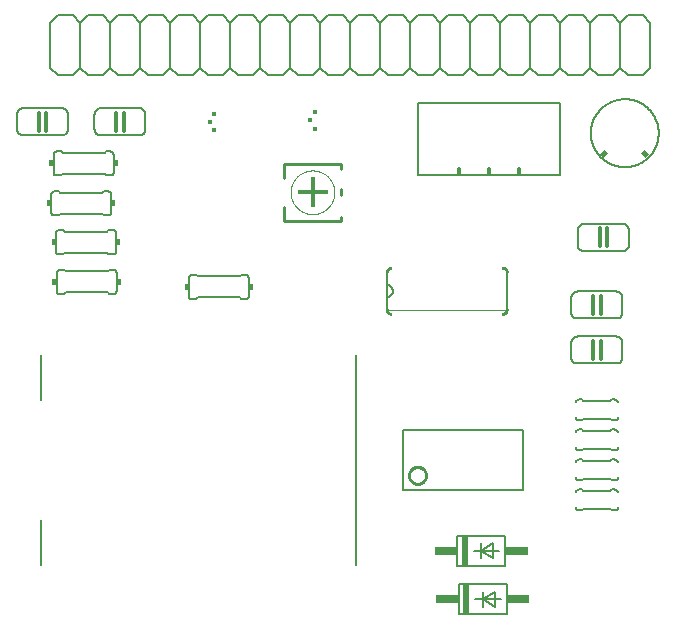
<source format=gto>
G75*
%MOIN*%
%OFA0B0*%
%FSLAX25Y25*%
%IPPOS*%
%LPD*%
%AMOC8*
5,1,8,0,0,1.08239X$1,22.5*
%
%ADD10C,0.00600*%
%ADD11C,0.00800*%
%ADD12R,0.01673X0.01280*%
%ADD13R,0.01378X0.01378*%
%ADD14C,0.00500*%
%ADD15C,0.00060*%
%ADD16C,0.00200*%
%ADD17C,0.01000*%
%ADD18C,0.00400*%
%ADD19R,0.01575X0.10433*%
%ADD20R,0.10433X0.01575*%
%ADD21R,0.02000X0.10000*%
%ADD22R,0.07500X0.03000*%
%ADD23C,0.01200*%
%ADD24R,0.01500X0.02000*%
%ADD25R,0.01575X0.02165*%
D10*
X0165729Y0018769D02*
X0165729Y0028769D01*
X0181729Y0028769D01*
X0181729Y0018769D01*
X0165729Y0018769D01*
X0171229Y0023769D02*
X0173729Y0023769D01*
X0173729Y0021269D01*
X0173729Y0023769D02*
X0173729Y0026269D01*
X0173729Y0023769D02*
X0177729Y0026269D01*
X0177729Y0021269D01*
X0173729Y0023769D01*
X0179729Y0023769D01*
X0181335Y0034950D02*
X0165335Y0034950D01*
X0165335Y0044950D01*
X0181335Y0044950D01*
X0181335Y0034950D01*
X0177335Y0037450D02*
X0173335Y0039950D01*
X0173335Y0037450D01*
X0173335Y0039950D02*
X0170835Y0039950D01*
X0173335Y0039950D02*
X0173335Y0042450D01*
X0173335Y0039950D02*
X0177335Y0042450D01*
X0177335Y0037450D01*
X0179335Y0039950D02*
X0173335Y0039950D01*
X0205800Y0053300D02*
X0206800Y0053300D01*
X0207300Y0053800D01*
X0216300Y0053800D01*
X0216800Y0053300D01*
X0217800Y0053300D01*
X0217860Y0053302D01*
X0217921Y0053307D01*
X0217980Y0053316D01*
X0218039Y0053329D01*
X0218098Y0053345D01*
X0218155Y0053365D01*
X0218210Y0053388D01*
X0218265Y0053415D01*
X0218317Y0053444D01*
X0218368Y0053477D01*
X0218417Y0053513D01*
X0218463Y0053551D01*
X0218507Y0053593D01*
X0218549Y0053637D01*
X0218587Y0053683D01*
X0218623Y0053732D01*
X0218656Y0053783D01*
X0218685Y0053835D01*
X0218712Y0053890D01*
X0218735Y0053945D01*
X0218755Y0054002D01*
X0218771Y0054061D01*
X0218784Y0054120D01*
X0218793Y0054179D01*
X0218798Y0054240D01*
X0218800Y0054300D01*
X0218800Y0059300D02*
X0218798Y0059360D01*
X0218793Y0059421D01*
X0218784Y0059480D01*
X0218771Y0059539D01*
X0218755Y0059598D01*
X0218735Y0059655D01*
X0218712Y0059710D01*
X0218685Y0059765D01*
X0218656Y0059817D01*
X0218623Y0059868D01*
X0218587Y0059917D01*
X0218549Y0059963D01*
X0218507Y0060007D01*
X0218463Y0060049D01*
X0218417Y0060087D01*
X0218368Y0060123D01*
X0218317Y0060156D01*
X0218265Y0060185D01*
X0218210Y0060212D01*
X0218155Y0060235D01*
X0218098Y0060255D01*
X0218039Y0060271D01*
X0217980Y0060284D01*
X0217921Y0060293D01*
X0217860Y0060298D01*
X0217800Y0060300D01*
X0216800Y0060300D01*
X0216300Y0059800D01*
X0207300Y0059800D01*
X0206800Y0060300D01*
X0205800Y0060300D01*
X0205740Y0060298D01*
X0205679Y0060293D01*
X0205620Y0060284D01*
X0205561Y0060271D01*
X0205502Y0060255D01*
X0205445Y0060235D01*
X0205390Y0060212D01*
X0205335Y0060185D01*
X0205283Y0060156D01*
X0205232Y0060123D01*
X0205183Y0060087D01*
X0205137Y0060049D01*
X0205093Y0060007D01*
X0205051Y0059963D01*
X0205013Y0059917D01*
X0204977Y0059868D01*
X0204944Y0059817D01*
X0204915Y0059765D01*
X0204888Y0059710D01*
X0204865Y0059655D01*
X0204845Y0059598D01*
X0204829Y0059539D01*
X0204816Y0059480D01*
X0204807Y0059421D01*
X0204802Y0059360D01*
X0204800Y0059300D01*
X0205800Y0063300D02*
X0206800Y0063300D01*
X0207300Y0063800D01*
X0216300Y0063800D01*
X0216800Y0063300D01*
X0217800Y0063300D01*
X0217860Y0063302D01*
X0217921Y0063307D01*
X0217980Y0063316D01*
X0218039Y0063329D01*
X0218098Y0063345D01*
X0218155Y0063365D01*
X0218210Y0063388D01*
X0218265Y0063415D01*
X0218317Y0063444D01*
X0218368Y0063477D01*
X0218417Y0063513D01*
X0218463Y0063551D01*
X0218507Y0063593D01*
X0218549Y0063637D01*
X0218587Y0063683D01*
X0218623Y0063732D01*
X0218656Y0063783D01*
X0218685Y0063835D01*
X0218712Y0063890D01*
X0218735Y0063945D01*
X0218755Y0064002D01*
X0218771Y0064061D01*
X0218784Y0064120D01*
X0218793Y0064179D01*
X0218798Y0064240D01*
X0218800Y0064300D01*
X0218800Y0069300D02*
X0218798Y0069360D01*
X0218793Y0069421D01*
X0218784Y0069480D01*
X0218771Y0069539D01*
X0218755Y0069598D01*
X0218735Y0069655D01*
X0218712Y0069710D01*
X0218685Y0069765D01*
X0218656Y0069817D01*
X0218623Y0069868D01*
X0218587Y0069917D01*
X0218549Y0069963D01*
X0218507Y0070007D01*
X0218463Y0070049D01*
X0218417Y0070087D01*
X0218368Y0070123D01*
X0218317Y0070156D01*
X0218265Y0070185D01*
X0218210Y0070212D01*
X0218155Y0070235D01*
X0218098Y0070255D01*
X0218039Y0070271D01*
X0217980Y0070284D01*
X0217921Y0070293D01*
X0217860Y0070298D01*
X0217800Y0070300D01*
X0216800Y0070300D01*
X0216300Y0069800D01*
X0207300Y0069800D01*
X0206800Y0070300D01*
X0205800Y0070300D01*
X0205740Y0070298D01*
X0205679Y0070293D01*
X0205620Y0070284D01*
X0205561Y0070271D01*
X0205502Y0070255D01*
X0205445Y0070235D01*
X0205390Y0070212D01*
X0205335Y0070185D01*
X0205283Y0070156D01*
X0205232Y0070123D01*
X0205183Y0070087D01*
X0205137Y0070049D01*
X0205093Y0070007D01*
X0205051Y0069963D01*
X0205013Y0069917D01*
X0204977Y0069868D01*
X0204944Y0069817D01*
X0204915Y0069765D01*
X0204888Y0069710D01*
X0204865Y0069655D01*
X0204845Y0069598D01*
X0204829Y0069539D01*
X0204816Y0069480D01*
X0204807Y0069421D01*
X0204802Y0069360D01*
X0204800Y0069300D01*
X0205800Y0073300D02*
X0206800Y0073300D01*
X0207300Y0073800D01*
X0216300Y0073800D01*
X0216800Y0073300D01*
X0217800Y0073300D01*
X0217860Y0073302D01*
X0217921Y0073307D01*
X0217980Y0073316D01*
X0218039Y0073329D01*
X0218098Y0073345D01*
X0218155Y0073365D01*
X0218210Y0073388D01*
X0218265Y0073415D01*
X0218317Y0073444D01*
X0218368Y0073477D01*
X0218417Y0073513D01*
X0218463Y0073551D01*
X0218507Y0073593D01*
X0218549Y0073637D01*
X0218587Y0073683D01*
X0218623Y0073732D01*
X0218656Y0073783D01*
X0218685Y0073835D01*
X0218712Y0073890D01*
X0218735Y0073945D01*
X0218755Y0074002D01*
X0218771Y0074061D01*
X0218784Y0074120D01*
X0218793Y0074179D01*
X0218798Y0074240D01*
X0218800Y0074300D01*
X0218800Y0079300D02*
X0218798Y0079360D01*
X0218793Y0079421D01*
X0218784Y0079480D01*
X0218771Y0079539D01*
X0218755Y0079598D01*
X0218735Y0079655D01*
X0218712Y0079710D01*
X0218685Y0079765D01*
X0218656Y0079817D01*
X0218623Y0079868D01*
X0218587Y0079917D01*
X0218549Y0079963D01*
X0218507Y0080007D01*
X0218463Y0080049D01*
X0218417Y0080087D01*
X0218368Y0080123D01*
X0218317Y0080156D01*
X0218265Y0080185D01*
X0218210Y0080212D01*
X0218155Y0080235D01*
X0218098Y0080255D01*
X0218039Y0080271D01*
X0217980Y0080284D01*
X0217921Y0080293D01*
X0217860Y0080298D01*
X0217800Y0080300D01*
X0216800Y0080300D01*
X0216300Y0079800D01*
X0207300Y0079800D01*
X0206800Y0080300D01*
X0205800Y0080300D01*
X0205740Y0080298D01*
X0205679Y0080293D01*
X0205620Y0080284D01*
X0205561Y0080271D01*
X0205502Y0080255D01*
X0205445Y0080235D01*
X0205390Y0080212D01*
X0205335Y0080185D01*
X0205283Y0080156D01*
X0205232Y0080123D01*
X0205183Y0080087D01*
X0205137Y0080049D01*
X0205093Y0080007D01*
X0205051Y0079963D01*
X0205013Y0079917D01*
X0204977Y0079868D01*
X0204944Y0079817D01*
X0204915Y0079765D01*
X0204888Y0079710D01*
X0204865Y0079655D01*
X0204845Y0079598D01*
X0204829Y0079539D01*
X0204816Y0079480D01*
X0204807Y0079421D01*
X0204802Y0079360D01*
X0204800Y0079300D01*
X0205800Y0083300D02*
X0206800Y0083300D01*
X0207300Y0083800D01*
X0216300Y0083800D01*
X0216800Y0083300D01*
X0217800Y0083300D01*
X0217860Y0083302D01*
X0217921Y0083307D01*
X0217980Y0083316D01*
X0218039Y0083329D01*
X0218098Y0083345D01*
X0218155Y0083365D01*
X0218210Y0083388D01*
X0218265Y0083415D01*
X0218317Y0083444D01*
X0218368Y0083477D01*
X0218417Y0083513D01*
X0218463Y0083551D01*
X0218507Y0083593D01*
X0218549Y0083637D01*
X0218587Y0083683D01*
X0218623Y0083732D01*
X0218656Y0083783D01*
X0218685Y0083835D01*
X0218712Y0083890D01*
X0218735Y0083945D01*
X0218755Y0084002D01*
X0218771Y0084061D01*
X0218784Y0084120D01*
X0218793Y0084179D01*
X0218798Y0084240D01*
X0218800Y0084300D01*
X0218800Y0089300D02*
X0218798Y0089360D01*
X0218793Y0089421D01*
X0218784Y0089480D01*
X0218771Y0089539D01*
X0218755Y0089598D01*
X0218735Y0089655D01*
X0218712Y0089710D01*
X0218685Y0089765D01*
X0218656Y0089817D01*
X0218623Y0089868D01*
X0218587Y0089917D01*
X0218549Y0089963D01*
X0218507Y0090007D01*
X0218463Y0090049D01*
X0218417Y0090087D01*
X0218368Y0090123D01*
X0218317Y0090156D01*
X0218265Y0090185D01*
X0218210Y0090212D01*
X0218155Y0090235D01*
X0218098Y0090255D01*
X0218039Y0090271D01*
X0217980Y0090284D01*
X0217921Y0090293D01*
X0217860Y0090298D01*
X0217800Y0090300D01*
X0216800Y0090300D01*
X0216300Y0089800D01*
X0207300Y0089800D01*
X0206800Y0090300D01*
X0205800Y0090300D01*
X0205740Y0090298D01*
X0205679Y0090293D01*
X0205620Y0090284D01*
X0205561Y0090271D01*
X0205502Y0090255D01*
X0205445Y0090235D01*
X0205390Y0090212D01*
X0205335Y0090185D01*
X0205283Y0090156D01*
X0205232Y0090123D01*
X0205183Y0090087D01*
X0205137Y0090049D01*
X0205093Y0090007D01*
X0205051Y0089963D01*
X0205013Y0089917D01*
X0204977Y0089868D01*
X0204944Y0089817D01*
X0204915Y0089765D01*
X0204888Y0089710D01*
X0204865Y0089655D01*
X0204845Y0089598D01*
X0204829Y0089539D01*
X0204816Y0089480D01*
X0204807Y0089421D01*
X0204802Y0089360D01*
X0204800Y0089300D01*
X0204800Y0084300D02*
X0204802Y0084240D01*
X0204807Y0084179D01*
X0204816Y0084120D01*
X0204829Y0084061D01*
X0204845Y0084002D01*
X0204865Y0083945D01*
X0204888Y0083890D01*
X0204915Y0083835D01*
X0204944Y0083783D01*
X0204977Y0083732D01*
X0205013Y0083683D01*
X0205051Y0083637D01*
X0205093Y0083593D01*
X0205137Y0083551D01*
X0205183Y0083513D01*
X0205232Y0083477D01*
X0205283Y0083444D01*
X0205335Y0083415D01*
X0205390Y0083388D01*
X0205445Y0083365D01*
X0205502Y0083345D01*
X0205561Y0083329D01*
X0205620Y0083316D01*
X0205679Y0083307D01*
X0205740Y0083302D01*
X0205800Y0083300D01*
X0204800Y0074300D02*
X0204802Y0074240D01*
X0204807Y0074179D01*
X0204816Y0074120D01*
X0204829Y0074061D01*
X0204845Y0074002D01*
X0204865Y0073945D01*
X0204888Y0073890D01*
X0204915Y0073835D01*
X0204944Y0073783D01*
X0204977Y0073732D01*
X0205013Y0073683D01*
X0205051Y0073637D01*
X0205093Y0073593D01*
X0205137Y0073551D01*
X0205183Y0073513D01*
X0205232Y0073477D01*
X0205283Y0073444D01*
X0205335Y0073415D01*
X0205390Y0073388D01*
X0205445Y0073365D01*
X0205502Y0073345D01*
X0205561Y0073329D01*
X0205620Y0073316D01*
X0205679Y0073307D01*
X0205740Y0073302D01*
X0205800Y0073300D01*
X0204800Y0064300D02*
X0204802Y0064240D01*
X0204807Y0064179D01*
X0204816Y0064120D01*
X0204829Y0064061D01*
X0204845Y0064002D01*
X0204865Y0063945D01*
X0204888Y0063890D01*
X0204915Y0063835D01*
X0204944Y0063783D01*
X0204977Y0063732D01*
X0205013Y0063683D01*
X0205051Y0063637D01*
X0205093Y0063593D01*
X0205137Y0063551D01*
X0205183Y0063513D01*
X0205232Y0063477D01*
X0205283Y0063444D01*
X0205335Y0063415D01*
X0205390Y0063388D01*
X0205445Y0063365D01*
X0205502Y0063345D01*
X0205561Y0063329D01*
X0205620Y0063316D01*
X0205679Y0063307D01*
X0205740Y0063302D01*
X0205800Y0063300D01*
X0204800Y0054300D02*
X0204802Y0054240D01*
X0204807Y0054179D01*
X0204816Y0054120D01*
X0204829Y0054061D01*
X0204845Y0054002D01*
X0204865Y0053945D01*
X0204888Y0053890D01*
X0204915Y0053835D01*
X0204944Y0053783D01*
X0204977Y0053732D01*
X0205013Y0053683D01*
X0205051Y0053637D01*
X0205093Y0053593D01*
X0205137Y0053551D01*
X0205183Y0053513D01*
X0205232Y0053477D01*
X0205283Y0053444D01*
X0205335Y0053415D01*
X0205390Y0053388D01*
X0205445Y0053365D01*
X0205502Y0053345D01*
X0205561Y0053329D01*
X0205620Y0053316D01*
X0205679Y0053307D01*
X0205740Y0053302D01*
X0205800Y0053300D01*
X0205300Y0102300D02*
X0218300Y0102300D01*
X0218387Y0102302D01*
X0218474Y0102308D01*
X0218561Y0102317D01*
X0218647Y0102330D01*
X0218733Y0102347D01*
X0218818Y0102368D01*
X0218901Y0102393D01*
X0218984Y0102421D01*
X0219065Y0102452D01*
X0219145Y0102487D01*
X0219223Y0102526D01*
X0219300Y0102568D01*
X0219375Y0102613D01*
X0219447Y0102662D01*
X0219518Y0102713D01*
X0219586Y0102768D01*
X0219651Y0102825D01*
X0219714Y0102886D01*
X0219775Y0102949D01*
X0219832Y0103014D01*
X0219887Y0103082D01*
X0219938Y0103153D01*
X0219987Y0103225D01*
X0220032Y0103300D01*
X0220074Y0103377D01*
X0220113Y0103455D01*
X0220148Y0103535D01*
X0220179Y0103616D01*
X0220207Y0103699D01*
X0220232Y0103782D01*
X0220253Y0103867D01*
X0220270Y0103953D01*
X0220283Y0104039D01*
X0220292Y0104126D01*
X0220298Y0104213D01*
X0220300Y0104300D01*
X0220300Y0109300D01*
X0220298Y0109387D01*
X0220292Y0109474D01*
X0220283Y0109561D01*
X0220270Y0109647D01*
X0220253Y0109733D01*
X0220232Y0109818D01*
X0220207Y0109901D01*
X0220179Y0109984D01*
X0220148Y0110065D01*
X0220113Y0110145D01*
X0220074Y0110223D01*
X0220032Y0110300D01*
X0219987Y0110375D01*
X0219938Y0110447D01*
X0219887Y0110518D01*
X0219832Y0110586D01*
X0219775Y0110651D01*
X0219714Y0110714D01*
X0219651Y0110775D01*
X0219586Y0110832D01*
X0219518Y0110887D01*
X0219447Y0110938D01*
X0219375Y0110987D01*
X0219300Y0111032D01*
X0219223Y0111074D01*
X0219145Y0111113D01*
X0219065Y0111148D01*
X0218984Y0111179D01*
X0218901Y0111207D01*
X0218818Y0111232D01*
X0218733Y0111253D01*
X0218647Y0111270D01*
X0218561Y0111283D01*
X0218474Y0111292D01*
X0218387Y0111298D01*
X0218300Y0111300D01*
X0205300Y0111300D01*
X0205213Y0111298D01*
X0205126Y0111292D01*
X0205039Y0111283D01*
X0204953Y0111270D01*
X0204867Y0111253D01*
X0204782Y0111232D01*
X0204699Y0111207D01*
X0204616Y0111179D01*
X0204535Y0111148D01*
X0204455Y0111113D01*
X0204377Y0111074D01*
X0204300Y0111032D01*
X0204225Y0110987D01*
X0204153Y0110938D01*
X0204082Y0110887D01*
X0204014Y0110832D01*
X0203949Y0110775D01*
X0203886Y0110714D01*
X0203825Y0110651D01*
X0203768Y0110586D01*
X0203713Y0110518D01*
X0203662Y0110447D01*
X0203613Y0110375D01*
X0203568Y0110300D01*
X0203526Y0110223D01*
X0203487Y0110145D01*
X0203452Y0110065D01*
X0203421Y0109984D01*
X0203393Y0109901D01*
X0203368Y0109818D01*
X0203347Y0109733D01*
X0203330Y0109647D01*
X0203317Y0109561D01*
X0203308Y0109474D01*
X0203302Y0109387D01*
X0203300Y0109300D01*
X0203300Y0104300D01*
X0203302Y0104213D01*
X0203308Y0104126D01*
X0203317Y0104039D01*
X0203330Y0103953D01*
X0203347Y0103867D01*
X0203368Y0103782D01*
X0203393Y0103699D01*
X0203421Y0103616D01*
X0203452Y0103535D01*
X0203487Y0103455D01*
X0203526Y0103377D01*
X0203568Y0103300D01*
X0203613Y0103225D01*
X0203662Y0103153D01*
X0203713Y0103082D01*
X0203768Y0103014D01*
X0203825Y0102949D01*
X0203886Y0102886D01*
X0203949Y0102825D01*
X0204014Y0102768D01*
X0204082Y0102713D01*
X0204153Y0102662D01*
X0204225Y0102613D01*
X0204300Y0102568D01*
X0204377Y0102526D01*
X0204455Y0102487D01*
X0204535Y0102452D01*
X0204616Y0102421D01*
X0204699Y0102393D01*
X0204782Y0102368D01*
X0204867Y0102347D01*
X0204953Y0102330D01*
X0205039Y0102317D01*
X0205126Y0102308D01*
X0205213Y0102302D01*
X0205300Y0102300D01*
X0205300Y0117300D02*
X0218300Y0117300D01*
X0218387Y0117302D01*
X0218474Y0117308D01*
X0218561Y0117317D01*
X0218647Y0117330D01*
X0218733Y0117347D01*
X0218818Y0117368D01*
X0218901Y0117393D01*
X0218984Y0117421D01*
X0219065Y0117452D01*
X0219145Y0117487D01*
X0219223Y0117526D01*
X0219300Y0117568D01*
X0219375Y0117613D01*
X0219447Y0117662D01*
X0219518Y0117713D01*
X0219586Y0117768D01*
X0219651Y0117825D01*
X0219714Y0117886D01*
X0219775Y0117949D01*
X0219832Y0118014D01*
X0219887Y0118082D01*
X0219938Y0118153D01*
X0219987Y0118225D01*
X0220032Y0118300D01*
X0220074Y0118377D01*
X0220113Y0118455D01*
X0220148Y0118535D01*
X0220179Y0118616D01*
X0220207Y0118699D01*
X0220232Y0118782D01*
X0220253Y0118867D01*
X0220270Y0118953D01*
X0220283Y0119039D01*
X0220292Y0119126D01*
X0220298Y0119213D01*
X0220300Y0119300D01*
X0220300Y0124300D01*
X0220298Y0124387D01*
X0220292Y0124474D01*
X0220283Y0124561D01*
X0220270Y0124647D01*
X0220253Y0124733D01*
X0220232Y0124818D01*
X0220207Y0124901D01*
X0220179Y0124984D01*
X0220148Y0125065D01*
X0220113Y0125145D01*
X0220074Y0125223D01*
X0220032Y0125300D01*
X0219987Y0125375D01*
X0219938Y0125447D01*
X0219887Y0125518D01*
X0219832Y0125586D01*
X0219775Y0125651D01*
X0219714Y0125714D01*
X0219651Y0125775D01*
X0219586Y0125832D01*
X0219518Y0125887D01*
X0219447Y0125938D01*
X0219375Y0125987D01*
X0219300Y0126032D01*
X0219223Y0126074D01*
X0219145Y0126113D01*
X0219065Y0126148D01*
X0218984Y0126179D01*
X0218901Y0126207D01*
X0218818Y0126232D01*
X0218733Y0126253D01*
X0218647Y0126270D01*
X0218561Y0126283D01*
X0218474Y0126292D01*
X0218387Y0126298D01*
X0218300Y0126300D01*
X0205300Y0126300D01*
X0205213Y0126298D01*
X0205126Y0126292D01*
X0205039Y0126283D01*
X0204953Y0126270D01*
X0204867Y0126253D01*
X0204782Y0126232D01*
X0204699Y0126207D01*
X0204616Y0126179D01*
X0204535Y0126148D01*
X0204455Y0126113D01*
X0204377Y0126074D01*
X0204300Y0126032D01*
X0204225Y0125987D01*
X0204153Y0125938D01*
X0204082Y0125887D01*
X0204014Y0125832D01*
X0203949Y0125775D01*
X0203886Y0125714D01*
X0203825Y0125651D01*
X0203768Y0125586D01*
X0203713Y0125518D01*
X0203662Y0125447D01*
X0203613Y0125375D01*
X0203568Y0125300D01*
X0203526Y0125223D01*
X0203487Y0125145D01*
X0203452Y0125065D01*
X0203421Y0124984D01*
X0203393Y0124901D01*
X0203368Y0124818D01*
X0203347Y0124733D01*
X0203330Y0124647D01*
X0203317Y0124561D01*
X0203308Y0124474D01*
X0203302Y0124387D01*
X0203300Y0124300D01*
X0203300Y0119300D01*
X0203302Y0119213D01*
X0203308Y0119126D01*
X0203317Y0119039D01*
X0203330Y0118953D01*
X0203347Y0118867D01*
X0203368Y0118782D01*
X0203393Y0118699D01*
X0203421Y0118616D01*
X0203452Y0118535D01*
X0203487Y0118455D01*
X0203526Y0118377D01*
X0203568Y0118300D01*
X0203613Y0118225D01*
X0203662Y0118153D01*
X0203713Y0118082D01*
X0203768Y0118014D01*
X0203825Y0117949D01*
X0203886Y0117886D01*
X0203949Y0117825D01*
X0204014Y0117768D01*
X0204082Y0117713D01*
X0204153Y0117662D01*
X0204225Y0117613D01*
X0204300Y0117568D01*
X0204377Y0117526D01*
X0204455Y0117487D01*
X0204535Y0117452D01*
X0204616Y0117421D01*
X0204699Y0117393D01*
X0204782Y0117368D01*
X0204867Y0117347D01*
X0204953Y0117330D01*
X0205039Y0117317D01*
X0205126Y0117308D01*
X0205213Y0117302D01*
X0205300Y0117300D01*
X0181800Y0120324D02*
X0181800Y0132724D01*
X0205465Y0141859D02*
X0205465Y0146859D01*
X0205467Y0146946D01*
X0205473Y0147033D01*
X0205482Y0147120D01*
X0205495Y0147206D01*
X0205512Y0147292D01*
X0205533Y0147377D01*
X0205558Y0147460D01*
X0205586Y0147543D01*
X0205617Y0147624D01*
X0205652Y0147704D01*
X0205691Y0147782D01*
X0205733Y0147859D01*
X0205778Y0147934D01*
X0205827Y0148006D01*
X0205878Y0148077D01*
X0205933Y0148145D01*
X0205990Y0148210D01*
X0206051Y0148273D01*
X0206114Y0148334D01*
X0206179Y0148391D01*
X0206247Y0148446D01*
X0206318Y0148497D01*
X0206390Y0148546D01*
X0206465Y0148591D01*
X0206542Y0148633D01*
X0206620Y0148672D01*
X0206700Y0148707D01*
X0206781Y0148738D01*
X0206864Y0148766D01*
X0206947Y0148791D01*
X0207032Y0148812D01*
X0207118Y0148829D01*
X0207204Y0148842D01*
X0207291Y0148851D01*
X0207378Y0148857D01*
X0207465Y0148859D01*
X0220465Y0148859D01*
X0220552Y0148857D01*
X0220639Y0148851D01*
X0220726Y0148842D01*
X0220812Y0148829D01*
X0220898Y0148812D01*
X0220983Y0148791D01*
X0221066Y0148766D01*
X0221149Y0148738D01*
X0221230Y0148707D01*
X0221310Y0148672D01*
X0221388Y0148633D01*
X0221465Y0148591D01*
X0221540Y0148546D01*
X0221612Y0148497D01*
X0221683Y0148446D01*
X0221751Y0148391D01*
X0221816Y0148334D01*
X0221879Y0148273D01*
X0221940Y0148210D01*
X0221997Y0148145D01*
X0222052Y0148077D01*
X0222103Y0148006D01*
X0222152Y0147934D01*
X0222197Y0147859D01*
X0222239Y0147782D01*
X0222278Y0147704D01*
X0222313Y0147624D01*
X0222344Y0147543D01*
X0222372Y0147460D01*
X0222397Y0147377D01*
X0222418Y0147292D01*
X0222435Y0147206D01*
X0222448Y0147120D01*
X0222457Y0147033D01*
X0222463Y0146946D01*
X0222465Y0146859D01*
X0222465Y0141859D01*
X0222463Y0141772D01*
X0222457Y0141685D01*
X0222448Y0141598D01*
X0222435Y0141512D01*
X0222418Y0141426D01*
X0222397Y0141341D01*
X0222372Y0141258D01*
X0222344Y0141175D01*
X0222313Y0141094D01*
X0222278Y0141014D01*
X0222239Y0140936D01*
X0222197Y0140859D01*
X0222152Y0140784D01*
X0222103Y0140712D01*
X0222052Y0140641D01*
X0221997Y0140573D01*
X0221940Y0140508D01*
X0221879Y0140445D01*
X0221816Y0140384D01*
X0221751Y0140327D01*
X0221683Y0140272D01*
X0221612Y0140221D01*
X0221540Y0140172D01*
X0221465Y0140127D01*
X0221388Y0140085D01*
X0221310Y0140046D01*
X0221230Y0140011D01*
X0221149Y0139980D01*
X0221066Y0139952D01*
X0220983Y0139927D01*
X0220898Y0139906D01*
X0220812Y0139889D01*
X0220726Y0139876D01*
X0220639Y0139867D01*
X0220552Y0139861D01*
X0220465Y0139859D01*
X0207465Y0139859D01*
X0207378Y0139861D01*
X0207291Y0139867D01*
X0207204Y0139876D01*
X0207118Y0139889D01*
X0207032Y0139906D01*
X0206947Y0139927D01*
X0206864Y0139952D01*
X0206781Y0139980D01*
X0206700Y0140011D01*
X0206620Y0140046D01*
X0206542Y0140085D01*
X0206465Y0140127D01*
X0206390Y0140172D01*
X0206318Y0140221D01*
X0206247Y0140272D01*
X0206179Y0140327D01*
X0206114Y0140384D01*
X0206051Y0140445D01*
X0205990Y0140508D01*
X0205933Y0140573D01*
X0205878Y0140641D01*
X0205827Y0140712D01*
X0205778Y0140784D01*
X0205733Y0140859D01*
X0205691Y0140936D01*
X0205652Y0141014D01*
X0205617Y0141094D01*
X0205586Y0141175D01*
X0205558Y0141258D01*
X0205533Y0141341D01*
X0205512Y0141426D01*
X0205495Y0141512D01*
X0205482Y0141598D01*
X0205473Y0141685D01*
X0205467Y0141772D01*
X0205465Y0141859D01*
X0141800Y0132724D02*
X0141800Y0120324D01*
X0141800Y0124524D02*
X0141888Y0124526D01*
X0141977Y0124532D01*
X0142065Y0124542D01*
X0142152Y0124555D01*
X0142239Y0124573D01*
X0142325Y0124594D01*
X0142410Y0124619D01*
X0142493Y0124648D01*
X0142576Y0124681D01*
X0142656Y0124717D01*
X0142735Y0124756D01*
X0142813Y0124799D01*
X0142888Y0124846D01*
X0142961Y0124896D01*
X0143032Y0124949D01*
X0143101Y0125005D01*
X0143167Y0125064D01*
X0143230Y0125126D01*
X0143290Y0125190D01*
X0143348Y0125257D01*
X0143402Y0125327D01*
X0143454Y0125399D01*
X0143502Y0125473D01*
X0143547Y0125550D01*
X0143588Y0125628D01*
X0143626Y0125708D01*
X0143660Y0125789D01*
X0143691Y0125872D01*
X0143718Y0125957D01*
X0143741Y0126042D01*
X0143760Y0126128D01*
X0143776Y0126216D01*
X0143788Y0126303D01*
X0143796Y0126391D01*
X0143800Y0126480D01*
X0143800Y0126568D01*
X0143796Y0126657D01*
X0143788Y0126745D01*
X0143776Y0126832D01*
X0143760Y0126920D01*
X0143741Y0127006D01*
X0143718Y0127091D01*
X0143691Y0127176D01*
X0143660Y0127259D01*
X0143626Y0127340D01*
X0143588Y0127420D01*
X0143547Y0127498D01*
X0143502Y0127575D01*
X0143454Y0127649D01*
X0143402Y0127721D01*
X0143348Y0127791D01*
X0143290Y0127858D01*
X0143230Y0127922D01*
X0143167Y0127984D01*
X0143101Y0128043D01*
X0143032Y0128099D01*
X0142961Y0128152D01*
X0142888Y0128202D01*
X0142813Y0128249D01*
X0142735Y0128292D01*
X0142656Y0128331D01*
X0142576Y0128367D01*
X0142493Y0128400D01*
X0142410Y0128429D01*
X0142325Y0128454D01*
X0142239Y0128475D01*
X0142152Y0128493D01*
X0142065Y0128506D01*
X0141977Y0128516D01*
X0141888Y0128522D01*
X0141800Y0128524D01*
X0095816Y0130824D02*
X0095816Y0124824D01*
X0095814Y0124764D01*
X0095809Y0124703D01*
X0095800Y0124644D01*
X0095787Y0124585D01*
X0095771Y0124526D01*
X0095751Y0124469D01*
X0095728Y0124414D01*
X0095701Y0124359D01*
X0095672Y0124307D01*
X0095639Y0124256D01*
X0095603Y0124207D01*
X0095565Y0124161D01*
X0095523Y0124117D01*
X0095479Y0124075D01*
X0095433Y0124037D01*
X0095384Y0124001D01*
X0095333Y0123968D01*
X0095281Y0123939D01*
X0095226Y0123912D01*
X0095171Y0123889D01*
X0095114Y0123869D01*
X0095055Y0123853D01*
X0094996Y0123840D01*
X0094937Y0123831D01*
X0094876Y0123826D01*
X0094816Y0123824D01*
X0093316Y0123824D01*
X0092816Y0124324D01*
X0078816Y0124324D01*
X0078316Y0123824D01*
X0076816Y0123824D01*
X0076756Y0123826D01*
X0076695Y0123831D01*
X0076636Y0123840D01*
X0076577Y0123853D01*
X0076518Y0123869D01*
X0076461Y0123889D01*
X0076406Y0123912D01*
X0076351Y0123939D01*
X0076299Y0123968D01*
X0076248Y0124001D01*
X0076199Y0124037D01*
X0076153Y0124075D01*
X0076109Y0124117D01*
X0076067Y0124161D01*
X0076029Y0124207D01*
X0075993Y0124256D01*
X0075960Y0124307D01*
X0075931Y0124359D01*
X0075904Y0124414D01*
X0075881Y0124469D01*
X0075861Y0124526D01*
X0075845Y0124585D01*
X0075832Y0124644D01*
X0075823Y0124703D01*
X0075818Y0124764D01*
X0075816Y0124824D01*
X0075816Y0130824D01*
X0075818Y0130884D01*
X0075823Y0130945D01*
X0075832Y0131004D01*
X0075845Y0131063D01*
X0075861Y0131122D01*
X0075881Y0131179D01*
X0075904Y0131234D01*
X0075931Y0131289D01*
X0075960Y0131341D01*
X0075993Y0131392D01*
X0076029Y0131441D01*
X0076067Y0131487D01*
X0076109Y0131531D01*
X0076153Y0131573D01*
X0076199Y0131611D01*
X0076248Y0131647D01*
X0076299Y0131680D01*
X0076351Y0131709D01*
X0076406Y0131736D01*
X0076461Y0131759D01*
X0076518Y0131779D01*
X0076577Y0131795D01*
X0076636Y0131808D01*
X0076695Y0131817D01*
X0076756Y0131822D01*
X0076816Y0131824D01*
X0078316Y0131824D01*
X0078816Y0131324D01*
X0092816Y0131324D01*
X0093316Y0131824D01*
X0094816Y0131824D01*
X0094876Y0131822D01*
X0094937Y0131817D01*
X0094996Y0131808D01*
X0095055Y0131795D01*
X0095114Y0131779D01*
X0095171Y0131759D01*
X0095226Y0131736D01*
X0095281Y0131709D01*
X0095333Y0131680D01*
X0095384Y0131647D01*
X0095433Y0131611D01*
X0095479Y0131573D01*
X0095523Y0131531D01*
X0095565Y0131487D01*
X0095603Y0131441D01*
X0095639Y0131392D01*
X0095672Y0131341D01*
X0095701Y0131289D01*
X0095728Y0131234D01*
X0095751Y0131179D01*
X0095771Y0131122D01*
X0095787Y0131063D01*
X0095800Y0131004D01*
X0095809Y0130945D01*
X0095814Y0130884D01*
X0095816Y0130824D01*
X0051721Y0132517D02*
X0051721Y0126517D01*
X0051719Y0126457D01*
X0051714Y0126396D01*
X0051705Y0126337D01*
X0051692Y0126278D01*
X0051676Y0126219D01*
X0051656Y0126162D01*
X0051633Y0126107D01*
X0051606Y0126052D01*
X0051577Y0126000D01*
X0051544Y0125949D01*
X0051508Y0125900D01*
X0051470Y0125854D01*
X0051428Y0125810D01*
X0051384Y0125768D01*
X0051338Y0125730D01*
X0051289Y0125694D01*
X0051238Y0125661D01*
X0051186Y0125632D01*
X0051131Y0125605D01*
X0051076Y0125582D01*
X0051019Y0125562D01*
X0050960Y0125546D01*
X0050901Y0125533D01*
X0050842Y0125524D01*
X0050781Y0125519D01*
X0050721Y0125517D01*
X0049221Y0125517D01*
X0048721Y0126017D01*
X0034721Y0126017D01*
X0034221Y0125517D01*
X0032721Y0125517D01*
X0032661Y0125519D01*
X0032600Y0125524D01*
X0032541Y0125533D01*
X0032482Y0125546D01*
X0032423Y0125562D01*
X0032366Y0125582D01*
X0032311Y0125605D01*
X0032256Y0125632D01*
X0032204Y0125661D01*
X0032153Y0125694D01*
X0032104Y0125730D01*
X0032058Y0125768D01*
X0032014Y0125810D01*
X0031972Y0125854D01*
X0031934Y0125900D01*
X0031898Y0125949D01*
X0031865Y0126000D01*
X0031836Y0126052D01*
X0031809Y0126107D01*
X0031786Y0126162D01*
X0031766Y0126219D01*
X0031750Y0126278D01*
X0031737Y0126337D01*
X0031728Y0126396D01*
X0031723Y0126457D01*
X0031721Y0126517D01*
X0031721Y0132517D01*
X0031723Y0132577D01*
X0031728Y0132638D01*
X0031737Y0132697D01*
X0031750Y0132756D01*
X0031766Y0132815D01*
X0031786Y0132872D01*
X0031809Y0132927D01*
X0031836Y0132982D01*
X0031865Y0133034D01*
X0031898Y0133085D01*
X0031934Y0133134D01*
X0031972Y0133180D01*
X0032014Y0133224D01*
X0032058Y0133266D01*
X0032104Y0133304D01*
X0032153Y0133340D01*
X0032204Y0133373D01*
X0032256Y0133402D01*
X0032311Y0133429D01*
X0032366Y0133452D01*
X0032423Y0133472D01*
X0032482Y0133488D01*
X0032541Y0133501D01*
X0032600Y0133510D01*
X0032661Y0133515D01*
X0032721Y0133517D01*
X0034221Y0133517D01*
X0034721Y0133017D01*
X0048721Y0133017D01*
X0049221Y0133517D01*
X0050721Y0133517D01*
X0050781Y0133515D01*
X0050842Y0133510D01*
X0050901Y0133501D01*
X0050960Y0133488D01*
X0051019Y0133472D01*
X0051076Y0133452D01*
X0051131Y0133429D01*
X0051186Y0133402D01*
X0051238Y0133373D01*
X0051289Y0133340D01*
X0051338Y0133304D01*
X0051384Y0133266D01*
X0051428Y0133224D01*
X0051470Y0133180D01*
X0051508Y0133134D01*
X0051544Y0133085D01*
X0051577Y0133034D01*
X0051606Y0132982D01*
X0051633Y0132927D01*
X0051656Y0132872D01*
X0051676Y0132815D01*
X0051692Y0132756D01*
X0051705Y0132697D01*
X0051714Y0132638D01*
X0051719Y0132577D01*
X0051721Y0132517D01*
X0050524Y0138745D02*
X0049024Y0138745D01*
X0048524Y0139245D01*
X0034524Y0139245D01*
X0034024Y0138745D01*
X0032524Y0138745D01*
X0032464Y0138747D01*
X0032403Y0138752D01*
X0032344Y0138761D01*
X0032285Y0138774D01*
X0032226Y0138790D01*
X0032169Y0138810D01*
X0032114Y0138833D01*
X0032059Y0138860D01*
X0032007Y0138889D01*
X0031956Y0138922D01*
X0031907Y0138958D01*
X0031861Y0138996D01*
X0031817Y0139038D01*
X0031775Y0139082D01*
X0031737Y0139128D01*
X0031701Y0139177D01*
X0031668Y0139228D01*
X0031639Y0139280D01*
X0031612Y0139335D01*
X0031589Y0139390D01*
X0031569Y0139447D01*
X0031553Y0139506D01*
X0031540Y0139565D01*
X0031531Y0139624D01*
X0031526Y0139685D01*
X0031524Y0139745D01*
X0031524Y0145745D01*
X0031526Y0145805D01*
X0031531Y0145866D01*
X0031540Y0145925D01*
X0031553Y0145984D01*
X0031569Y0146043D01*
X0031589Y0146100D01*
X0031612Y0146155D01*
X0031639Y0146210D01*
X0031668Y0146262D01*
X0031701Y0146313D01*
X0031737Y0146362D01*
X0031775Y0146408D01*
X0031817Y0146452D01*
X0031861Y0146494D01*
X0031907Y0146532D01*
X0031956Y0146568D01*
X0032007Y0146601D01*
X0032059Y0146630D01*
X0032114Y0146657D01*
X0032169Y0146680D01*
X0032226Y0146700D01*
X0032285Y0146716D01*
X0032344Y0146729D01*
X0032403Y0146738D01*
X0032464Y0146743D01*
X0032524Y0146745D01*
X0034024Y0146745D01*
X0034524Y0146245D01*
X0048524Y0146245D01*
X0049024Y0146745D01*
X0050524Y0146745D01*
X0050584Y0146743D01*
X0050645Y0146738D01*
X0050704Y0146729D01*
X0050763Y0146716D01*
X0050822Y0146700D01*
X0050879Y0146680D01*
X0050934Y0146657D01*
X0050989Y0146630D01*
X0051041Y0146601D01*
X0051092Y0146568D01*
X0051141Y0146532D01*
X0051187Y0146494D01*
X0051231Y0146452D01*
X0051273Y0146408D01*
X0051311Y0146362D01*
X0051347Y0146313D01*
X0051380Y0146262D01*
X0051409Y0146210D01*
X0051436Y0146155D01*
X0051459Y0146100D01*
X0051479Y0146043D01*
X0051495Y0145984D01*
X0051508Y0145925D01*
X0051517Y0145866D01*
X0051522Y0145805D01*
X0051524Y0145745D01*
X0051524Y0139745D01*
X0051522Y0139685D01*
X0051517Y0139624D01*
X0051508Y0139565D01*
X0051495Y0139506D01*
X0051479Y0139447D01*
X0051459Y0139390D01*
X0051436Y0139335D01*
X0051409Y0139280D01*
X0051380Y0139228D01*
X0051347Y0139177D01*
X0051311Y0139128D01*
X0051273Y0139082D01*
X0051231Y0139038D01*
X0051187Y0138996D01*
X0051141Y0138958D01*
X0051092Y0138922D01*
X0051041Y0138889D01*
X0050989Y0138860D01*
X0050934Y0138833D01*
X0050879Y0138810D01*
X0050822Y0138790D01*
X0050763Y0138774D01*
X0050704Y0138761D01*
X0050645Y0138752D01*
X0050584Y0138747D01*
X0050524Y0138745D01*
X0048950Y0151658D02*
X0047450Y0151658D01*
X0046950Y0152158D01*
X0032950Y0152158D01*
X0032450Y0151658D01*
X0030950Y0151658D01*
X0030890Y0151660D01*
X0030829Y0151665D01*
X0030770Y0151674D01*
X0030711Y0151687D01*
X0030652Y0151703D01*
X0030595Y0151723D01*
X0030540Y0151746D01*
X0030485Y0151773D01*
X0030433Y0151802D01*
X0030382Y0151835D01*
X0030333Y0151871D01*
X0030287Y0151909D01*
X0030243Y0151951D01*
X0030201Y0151995D01*
X0030163Y0152041D01*
X0030127Y0152090D01*
X0030094Y0152141D01*
X0030065Y0152193D01*
X0030038Y0152248D01*
X0030015Y0152303D01*
X0029995Y0152360D01*
X0029979Y0152419D01*
X0029966Y0152478D01*
X0029957Y0152537D01*
X0029952Y0152598D01*
X0029950Y0152658D01*
X0029950Y0158658D01*
X0029952Y0158718D01*
X0029957Y0158779D01*
X0029966Y0158838D01*
X0029979Y0158897D01*
X0029995Y0158956D01*
X0030015Y0159013D01*
X0030038Y0159068D01*
X0030065Y0159123D01*
X0030094Y0159175D01*
X0030127Y0159226D01*
X0030163Y0159275D01*
X0030201Y0159321D01*
X0030243Y0159365D01*
X0030287Y0159407D01*
X0030333Y0159445D01*
X0030382Y0159481D01*
X0030433Y0159514D01*
X0030485Y0159543D01*
X0030540Y0159570D01*
X0030595Y0159593D01*
X0030652Y0159613D01*
X0030711Y0159629D01*
X0030770Y0159642D01*
X0030829Y0159651D01*
X0030890Y0159656D01*
X0030950Y0159658D01*
X0032450Y0159658D01*
X0032950Y0159158D01*
X0046950Y0159158D01*
X0047450Y0159658D01*
X0048950Y0159658D01*
X0049010Y0159656D01*
X0049071Y0159651D01*
X0049130Y0159642D01*
X0049189Y0159629D01*
X0049248Y0159613D01*
X0049305Y0159593D01*
X0049360Y0159570D01*
X0049415Y0159543D01*
X0049467Y0159514D01*
X0049518Y0159481D01*
X0049567Y0159445D01*
X0049613Y0159407D01*
X0049657Y0159365D01*
X0049699Y0159321D01*
X0049737Y0159275D01*
X0049773Y0159226D01*
X0049806Y0159175D01*
X0049835Y0159123D01*
X0049862Y0159068D01*
X0049885Y0159013D01*
X0049905Y0158956D01*
X0049921Y0158897D01*
X0049934Y0158838D01*
X0049943Y0158779D01*
X0049948Y0158718D01*
X0049950Y0158658D01*
X0049950Y0152658D01*
X0049948Y0152598D01*
X0049943Y0152537D01*
X0049934Y0152478D01*
X0049921Y0152419D01*
X0049905Y0152360D01*
X0049885Y0152303D01*
X0049862Y0152248D01*
X0049835Y0152193D01*
X0049806Y0152141D01*
X0049773Y0152090D01*
X0049737Y0152041D01*
X0049699Y0151995D01*
X0049657Y0151951D01*
X0049613Y0151909D01*
X0049567Y0151871D01*
X0049518Y0151835D01*
X0049467Y0151802D01*
X0049415Y0151773D01*
X0049360Y0151746D01*
X0049305Y0151723D01*
X0049248Y0151703D01*
X0049189Y0151687D01*
X0049130Y0151674D01*
X0049071Y0151665D01*
X0049010Y0151660D01*
X0048950Y0151658D01*
X0048237Y0164965D02*
X0049737Y0164965D01*
X0049797Y0164967D01*
X0049858Y0164972D01*
X0049917Y0164981D01*
X0049976Y0164994D01*
X0050035Y0165010D01*
X0050092Y0165030D01*
X0050147Y0165053D01*
X0050202Y0165080D01*
X0050254Y0165109D01*
X0050305Y0165142D01*
X0050354Y0165178D01*
X0050400Y0165216D01*
X0050444Y0165258D01*
X0050486Y0165302D01*
X0050524Y0165348D01*
X0050560Y0165397D01*
X0050593Y0165448D01*
X0050622Y0165500D01*
X0050649Y0165555D01*
X0050672Y0165610D01*
X0050692Y0165667D01*
X0050708Y0165726D01*
X0050721Y0165785D01*
X0050730Y0165844D01*
X0050735Y0165905D01*
X0050737Y0165965D01*
X0050737Y0171965D01*
X0050735Y0172025D01*
X0050730Y0172086D01*
X0050721Y0172145D01*
X0050708Y0172204D01*
X0050692Y0172263D01*
X0050672Y0172320D01*
X0050649Y0172375D01*
X0050622Y0172430D01*
X0050593Y0172482D01*
X0050560Y0172533D01*
X0050524Y0172582D01*
X0050486Y0172628D01*
X0050444Y0172672D01*
X0050400Y0172714D01*
X0050354Y0172752D01*
X0050305Y0172788D01*
X0050254Y0172821D01*
X0050202Y0172850D01*
X0050147Y0172877D01*
X0050092Y0172900D01*
X0050035Y0172920D01*
X0049976Y0172936D01*
X0049917Y0172949D01*
X0049858Y0172958D01*
X0049797Y0172963D01*
X0049737Y0172965D01*
X0048237Y0172965D01*
X0047737Y0172465D01*
X0033737Y0172465D01*
X0033237Y0172965D01*
X0031737Y0172965D01*
X0031677Y0172963D01*
X0031616Y0172958D01*
X0031557Y0172949D01*
X0031498Y0172936D01*
X0031439Y0172920D01*
X0031382Y0172900D01*
X0031327Y0172877D01*
X0031272Y0172850D01*
X0031220Y0172821D01*
X0031169Y0172788D01*
X0031120Y0172752D01*
X0031074Y0172714D01*
X0031030Y0172672D01*
X0030988Y0172628D01*
X0030950Y0172582D01*
X0030914Y0172533D01*
X0030881Y0172482D01*
X0030852Y0172430D01*
X0030825Y0172375D01*
X0030802Y0172320D01*
X0030782Y0172263D01*
X0030766Y0172204D01*
X0030753Y0172145D01*
X0030744Y0172086D01*
X0030739Y0172025D01*
X0030737Y0171965D01*
X0030737Y0165965D01*
X0030739Y0165905D01*
X0030744Y0165844D01*
X0030753Y0165785D01*
X0030766Y0165726D01*
X0030782Y0165667D01*
X0030802Y0165610D01*
X0030825Y0165555D01*
X0030852Y0165500D01*
X0030881Y0165448D01*
X0030914Y0165397D01*
X0030950Y0165348D01*
X0030988Y0165302D01*
X0031030Y0165258D01*
X0031074Y0165216D01*
X0031120Y0165178D01*
X0031169Y0165142D01*
X0031220Y0165109D01*
X0031272Y0165080D01*
X0031327Y0165053D01*
X0031382Y0165030D01*
X0031439Y0165010D01*
X0031498Y0164994D01*
X0031557Y0164981D01*
X0031616Y0164972D01*
X0031677Y0164967D01*
X0031737Y0164965D01*
X0033237Y0164965D01*
X0033737Y0165465D01*
X0047737Y0165465D01*
X0048237Y0164965D01*
X0046363Y0178402D02*
X0059363Y0178402D01*
X0059450Y0178404D01*
X0059537Y0178410D01*
X0059624Y0178419D01*
X0059710Y0178432D01*
X0059796Y0178449D01*
X0059881Y0178470D01*
X0059964Y0178495D01*
X0060047Y0178523D01*
X0060128Y0178554D01*
X0060208Y0178589D01*
X0060286Y0178628D01*
X0060363Y0178670D01*
X0060438Y0178715D01*
X0060510Y0178764D01*
X0060581Y0178815D01*
X0060649Y0178870D01*
X0060714Y0178927D01*
X0060777Y0178988D01*
X0060838Y0179051D01*
X0060895Y0179116D01*
X0060950Y0179184D01*
X0061001Y0179255D01*
X0061050Y0179327D01*
X0061095Y0179402D01*
X0061137Y0179479D01*
X0061176Y0179557D01*
X0061211Y0179637D01*
X0061242Y0179718D01*
X0061270Y0179801D01*
X0061295Y0179884D01*
X0061316Y0179969D01*
X0061333Y0180055D01*
X0061346Y0180141D01*
X0061355Y0180228D01*
X0061361Y0180315D01*
X0061363Y0180402D01*
X0061363Y0185402D01*
X0061361Y0185489D01*
X0061355Y0185576D01*
X0061346Y0185663D01*
X0061333Y0185749D01*
X0061316Y0185835D01*
X0061295Y0185920D01*
X0061270Y0186003D01*
X0061242Y0186086D01*
X0061211Y0186167D01*
X0061176Y0186247D01*
X0061137Y0186325D01*
X0061095Y0186402D01*
X0061050Y0186477D01*
X0061001Y0186549D01*
X0060950Y0186620D01*
X0060895Y0186688D01*
X0060838Y0186753D01*
X0060777Y0186816D01*
X0060714Y0186877D01*
X0060649Y0186934D01*
X0060581Y0186989D01*
X0060510Y0187040D01*
X0060438Y0187089D01*
X0060363Y0187134D01*
X0060286Y0187176D01*
X0060208Y0187215D01*
X0060128Y0187250D01*
X0060047Y0187281D01*
X0059964Y0187309D01*
X0059881Y0187334D01*
X0059796Y0187355D01*
X0059710Y0187372D01*
X0059624Y0187385D01*
X0059537Y0187394D01*
X0059450Y0187400D01*
X0059363Y0187402D01*
X0046363Y0187402D01*
X0046276Y0187400D01*
X0046189Y0187394D01*
X0046102Y0187385D01*
X0046016Y0187372D01*
X0045930Y0187355D01*
X0045845Y0187334D01*
X0045762Y0187309D01*
X0045679Y0187281D01*
X0045598Y0187250D01*
X0045518Y0187215D01*
X0045440Y0187176D01*
X0045363Y0187134D01*
X0045288Y0187089D01*
X0045216Y0187040D01*
X0045145Y0186989D01*
X0045077Y0186934D01*
X0045012Y0186877D01*
X0044949Y0186816D01*
X0044888Y0186753D01*
X0044831Y0186688D01*
X0044776Y0186620D01*
X0044725Y0186549D01*
X0044676Y0186477D01*
X0044631Y0186402D01*
X0044589Y0186325D01*
X0044550Y0186247D01*
X0044515Y0186167D01*
X0044484Y0186086D01*
X0044456Y0186003D01*
X0044431Y0185920D01*
X0044410Y0185835D01*
X0044393Y0185749D01*
X0044380Y0185663D01*
X0044371Y0185576D01*
X0044365Y0185489D01*
X0044363Y0185402D01*
X0044363Y0180402D01*
X0044365Y0180315D01*
X0044371Y0180228D01*
X0044380Y0180141D01*
X0044393Y0180055D01*
X0044410Y0179969D01*
X0044431Y0179884D01*
X0044456Y0179801D01*
X0044484Y0179718D01*
X0044515Y0179637D01*
X0044550Y0179557D01*
X0044589Y0179479D01*
X0044631Y0179402D01*
X0044676Y0179327D01*
X0044725Y0179255D01*
X0044776Y0179184D01*
X0044831Y0179116D01*
X0044888Y0179051D01*
X0044949Y0178988D01*
X0045012Y0178927D01*
X0045077Y0178870D01*
X0045145Y0178815D01*
X0045216Y0178764D01*
X0045288Y0178715D01*
X0045363Y0178670D01*
X0045440Y0178628D01*
X0045518Y0178589D01*
X0045598Y0178554D01*
X0045679Y0178523D01*
X0045762Y0178495D01*
X0045845Y0178470D01*
X0045930Y0178449D01*
X0046016Y0178432D01*
X0046102Y0178419D01*
X0046189Y0178410D01*
X0046276Y0178404D01*
X0046363Y0178402D01*
X0035536Y0180442D02*
X0035536Y0185442D01*
X0035534Y0185529D01*
X0035528Y0185616D01*
X0035519Y0185703D01*
X0035506Y0185789D01*
X0035489Y0185875D01*
X0035468Y0185960D01*
X0035443Y0186043D01*
X0035415Y0186126D01*
X0035384Y0186207D01*
X0035349Y0186287D01*
X0035310Y0186365D01*
X0035268Y0186442D01*
X0035223Y0186517D01*
X0035174Y0186589D01*
X0035123Y0186660D01*
X0035068Y0186728D01*
X0035011Y0186793D01*
X0034950Y0186856D01*
X0034887Y0186917D01*
X0034822Y0186974D01*
X0034754Y0187029D01*
X0034683Y0187080D01*
X0034611Y0187129D01*
X0034536Y0187174D01*
X0034459Y0187216D01*
X0034381Y0187255D01*
X0034301Y0187290D01*
X0034220Y0187321D01*
X0034137Y0187349D01*
X0034054Y0187374D01*
X0033969Y0187395D01*
X0033883Y0187412D01*
X0033797Y0187425D01*
X0033710Y0187434D01*
X0033623Y0187440D01*
X0033536Y0187442D01*
X0020536Y0187442D01*
X0020449Y0187440D01*
X0020362Y0187434D01*
X0020275Y0187425D01*
X0020189Y0187412D01*
X0020103Y0187395D01*
X0020018Y0187374D01*
X0019935Y0187349D01*
X0019852Y0187321D01*
X0019771Y0187290D01*
X0019691Y0187255D01*
X0019613Y0187216D01*
X0019536Y0187174D01*
X0019461Y0187129D01*
X0019389Y0187080D01*
X0019318Y0187029D01*
X0019250Y0186974D01*
X0019185Y0186917D01*
X0019122Y0186856D01*
X0019061Y0186793D01*
X0019004Y0186728D01*
X0018949Y0186660D01*
X0018898Y0186589D01*
X0018849Y0186517D01*
X0018804Y0186442D01*
X0018762Y0186365D01*
X0018723Y0186287D01*
X0018688Y0186207D01*
X0018657Y0186126D01*
X0018629Y0186043D01*
X0018604Y0185960D01*
X0018583Y0185875D01*
X0018566Y0185789D01*
X0018553Y0185703D01*
X0018544Y0185616D01*
X0018538Y0185529D01*
X0018536Y0185442D01*
X0018536Y0180442D01*
X0018538Y0180355D01*
X0018544Y0180268D01*
X0018553Y0180181D01*
X0018566Y0180095D01*
X0018583Y0180009D01*
X0018604Y0179924D01*
X0018629Y0179841D01*
X0018657Y0179758D01*
X0018688Y0179677D01*
X0018723Y0179597D01*
X0018762Y0179519D01*
X0018804Y0179442D01*
X0018849Y0179367D01*
X0018898Y0179295D01*
X0018949Y0179224D01*
X0019004Y0179156D01*
X0019061Y0179091D01*
X0019122Y0179028D01*
X0019185Y0178967D01*
X0019250Y0178910D01*
X0019318Y0178855D01*
X0019389Y0178804D01*
X0019461Y0178755D01*
X0019536Y0178710D01*
X0019613Y0178668D01*
X0019691Y0178629D01*
X0019771Y0178594D01*
X0019852Y0178563D01*
X0019935Y0178535D01*
X0020018Y0178510D01*
X0020103Y0178489D01*
X0020189Y0178472D01*
X0020275Y0178459D01*
X0020362Y0178450D01*
X0020449Y0178444D01*
X0020536Y0178442D01*
X0033536Y0178442D01*
X0033623Y0178444D01*
X0033710Y0178450D01*
X0033797Y0178459D01*
X0033883Y0178472D01*
X0033969Y0178489D01*
X0034054Y0178510D01*
X0034137Y0178535D01*
X0034220Y0178563D01*
X0034301Y0178594D01*
X0034381Y0178629D01*
X0034459Y0178668D01*
X0034536Y0178710D01*
X0034611Y0178755D01*
X0034683Y0178804D01*
X0034754Y0178855D01*
X0034822Y0178910D01*
X0034887Y0178967D01*
X0034950Y0179028D01*
X0035011Y0179091D01*
X0035068Y0179156D01*
X0035123Y0179224D01*
X0035174Y0179295D01*
X0035223Y0179367D01*
X0035268Y0179442D01*
X0035310Y0179519D01*
X0035349Y0179597D01*
X0035384Y0179677D01*
X0035415Y0179758D01*
X0035443Y0179841D01*
X0035468Y0179924D01*
X0035489Y0180009D01*
X0035506Y0180095D01*
X0035519Y0180181D01*
X0035528Y0180268D01*
X0035534Y0180355D01*
X0035536Y0180442D01*
X0037056Y0198375D02*
X0032056Y0198375D01*
X0029556Y0200875D01*
X0029556Y0215875D01*
X0032056Y0218375D01*
X0037056Y0218375D01*
X0039556Y0215875D01*
X0039556Y0200875D01*
X0042056Y0198375D01*
X0047056Y0198375D01*
X0049556Y0200875D01*
X0049556Y0215875D01*
X0052056Y0218375D01*
X0057056Y0218375D01*
X0059556Y0215875D01*
X0059556Y0200875D01*
X0062056Y0198375D01*
X0067056Y0198375D01*
X0069556Y0200875D01*
X0069556Y0215875D01*
X0072056Y0218375D01*
X0077056Y0218375D01*
X0079556Y0215875D01*
X0079556Y0200875D01*
X0082056Y0198375D01*
X0087056Y0198375D01*
X0089556Y0200875D01*
X0089556Y0215875D01*
X0092056Y0218375D01*
X0097056Y0218375D01*
X0099556Y0215875D01*
X0099556Y0200875D01*
X0097056Y0198375D01*
X0092056Y0198375D01*
X0089556Y0200875D01*
X0099556Y0200875D02*
X0102056Y0198375D01*
X0107056Y0198375D01*
X0109556Y0200875D01*
X0109556Y0215875D01*
X0112056Y0218375D01*
X0117056Y0218375D01*
X0119556Y0215875D01*
X0119556Y0200875D01*
X0117056Y0198375D01*
X0112056Y0198375D01*
X0109556Y0200875D01*
X0119556Y0200875D02*
X0122056Y0198375D01*
X0127056Y0198375D01*
X0129556Y0200875D01*
X0129556Y0215875D01*
X0132056Y0218375D01*
X0137056Y0218375D01*
X0139556Y0215875D01*
X0139556Y0200875D01*
X0137056Y0198375D01*
X0132056Y0198375D01*
X0129556Y0200875D01*
X0139556Y0200875D02*
X0142056Y0198375D01*
X0147056Y0198375D01*
X0149556Y0200875D01*
X0149556Y0215875D01*
X0152056Y0218375D01*
X0157056Y0218375D01*
X0159556Y0215875D01*
X0159556Y0200875D01*
X0157056Y0198375D01*
X0152056Y0198375D01*
X0149556Y0200875D01*
X0159556Y0200875D02*
X0162056Y0198375D01*
X0167056Y0198375D01*
X0169556Y0200875D01*
X0169556Y0215875D01*
X0172056Y0218375D01*
X0177056Y0218375D01*
X0179556Y0215875D01*
X0179556Y0200875D01*
X0177056Y0198375D01*
X0172056Y0198375D01*
X0169556Y0200875D01*
X0179556Y0200875D02*
X0182056Y0198375D01*
X0187056Y0198375D01*
X0189556Y0200875D01*
X0189556Y0215875D01*
X0192056Y0218375D01*
X0197056Y0218375D01*
X0199556Y0215875D01*
X0199556Y0200875D01*
X0197056Y0198375D01*
X0192056Y0198375D01*
X0189556Y0200875D01*
X0199556Y0200875D02*
X0202056Y0198375D01*
X0207056Y0198375D01*
X0209556Y0200875D01*
X0209556Y0215875D01*
X0212056Y0218375D01*
X0217056Y0218375D01*
X0219556Y0215875D01*
X0222056Y0218375D01*
X0227056Y0218375D01*
X0229556Y0215875D01*
X0229556Y0200875D01*
X0227056Y0198375D01*
X0222056Y0198375D01*
X0219556Y0200875D01*
X0219556Y0215875D01*
X0209556Y0215875D02*
X0207056Y0218375D01*
X0202056Y0218375D01*
X0199556Y0215875D01*
X0189556Y0215875D02*
X0187056Y0218375D01*
X0182056Y0218375D01*
X0179556Y0215875D01*
X0169556Y0215875D02*
X0167056Y0218375D01*
X0162056Y0218375D01*
X0159556Y0215875D01*
X0149556Y0215875D02*
X0147056Y0218375D01*
X0142056Y0218375D01*
X0139556Y0215875D01*
X0129556Y0215875D02*
X0127056Y0218375D01*
X0122056Y0218375D01*
X0119556Y0215875D01*
X0109556Y0215875D02*
X0107056Y0218375D01*
X0102056Y0218375D01*
X0099556Y0215875D01*
X0089556Y0215875D02*
X0087056Y0218375D01*
X0082056Y0218375D01*
X0079556Y0215875D01*
X0069556Y0215875D02*
X0067056Y0218375D01*
X0062056Y0218375D01*
X0059556Y0215875D01*
X0049556Y0215875D02*
X0047056Y0218375D01*
X0042056Y0218375D01*
X0039556Y0215875D01*
X0039556Y0200875D02*
X0037056Y0198375D01*
X0049556Y0200875D02*
X0052056Y0198375D01*
X0057056Y0198375D01*
X0059556Y0200875D01*
X0069556Y0200875D02*
X0072056Y0198375D01*
X0077056Y0198375D01*
X0079556Y0200875D01*
X0209556Y0200875D02*
X0212056Y0198375D01*
X0217056Y0198375D01*
X0219556Y0200875D01*
D11*
X0026406Y0050028D02*
X0026406Y0035028D01*
X0026406Y0090028D02*
X0026406Y0105028D01*
X0131406Y0105028D02*
X0131406Y0035028D01*
X0147036Y0059989D02*
X0147036Y0063989D01*
X0147036Y0065989D01*
X0147036Y0063989D02*
X0147036Y0079989D01*
X0187036Y0079989D01*
X0187036Y0059989D01*
X0147036Y0059989D01*
X0209811Y0179083D02*
X0209814Y0179361D01*
X0209825Y0179638D01*
X0209842Y0179916D01*
X0209866Y0180193D01*
X0209896Y0180469D01*
X0209934Y0180744D01*
X0209978Y0181018D01*
X0210029Y0181291D01*
X0210086Y0181563D01*
X0210150Y0181834D01*
X0210221Y0182102D01*
X0210298Y0182369D01*
X0210382Y0182634D01*
X0210473Y0182897D01*
X0210570Y0183157D01*
X0210673Y0183415D01*
X0210782Y0183670D01*
X0210898Y0183923D01*
X0211020Y0184173D01*
X0211148Y0184419D01*
X0211282Y0184663D01*
X0211422Y0184903D01*
X0211567Y0185139D01*
X0211719Y0185372D01*
X0211876Y0185601D01*
X0212039Y0185826D01*
X0212207Y0186047D01*
X0212381Y0186264D01*
X0212559Y0186477D01*
X0212743Y0186685D01*
X0212933Y0186889D01*
X0213127Y0187087D01*
X0213325Y0187281D01*
X0213529Y0187471D01*
X0213737Y0187655D01*
X0213950Y0187833D01*
X0214167Y0188007D01*
X0214388Y0188175D01*
X0214613Y0188338D01*
X0214842Y0188495D01*
X0215075Y0188647D01*
X0215311Y0188792D01*
X0215551Y0188932D01*
X0215795Y0189066D01*
X0216041Y0189194D01*
X0216291Y0189316D01*
X0216544Y0189432D01*
X0216799Y0189541D01*
X0217057Y0189644D01*
X0217317Y0189741D01*
X0217580Y0189832D01*
X0217845Y0189916D01*
X0218112Y0189993D01*
X0218380Y0190064D01*
X0218651Y0190128D01*
X0218923Y0190185D01*
X0219196Y0190236D01*
X0219470Y0190280D01*
X0219745Y0190318D01*
X0220021Y0190348D01*
X0220298Y0190372D01*
X0220576Y0190389D01*
X0220853Y0190400D01*
X0221131Y0190403D01*
X0221409Y0190400D01*
X0221686Y0190389D01*
X0221964Y0190372D01*
X0222241Y0190348D01*
X0222517Y0190318D01*
X0222792Y0190280D01*
X0223066Y0190236D01*
X0223339Y0190185D01*
X0223611Y0190128D01*
X0223882Y0190064D01*
X0224150Y0189993D01*
X0224417Y0189916D01*
X0224682Y0189832D01*
X0224945Y0189741D01*
X0225205Y0189644D01*
X0225463Y0189541D01*
X0225718Y0189432D01*
X0225971Y0189316D01*
X0226221Y0189194D01*
X0226467Y0189066D01*
X0226711Y0188932D01*
X0226951Y0188792D01*
X0227187Y0188647D01*
X0227420Y0188495D01*
X0227649Y0188338D01*
X0227874Y0188175D01*
X0228095Y0188007D01*
X0228312Y0187833D01*
X0228525Y0187655D01*
X0228733Y0187471D01*
X0228937Y0187281D01*
X0229135Y0187087D01*
X0229329Y0186889D01*
X0229519Y0186685D01*
X0229703Y0186477D01*
X0229881Y0186264D01*
X0230055Y0186047D01*
X0230223Y0185826D01*
X0230386Y0185601D01*
X0230543Y0185372D01*
X0230695Y0185139D01*
X0230840Y0184903D01*
X0230980Y0184663D01*
X0231114Y0184419D01*
X0231242Y0184173D01*
X0231364Y0183923D01*
X0231480Y0183670D01*
X0231589Y0183415D01*
X0231692Y0183157D01*
X0231789Y0182897D01*
X0231880Y0182634D01*
X0231964Y0182369D01*
X0232041Y0182102D01*
X0232112Y0181834D01*
X0232176Y0181563D01*
X0232233Y0181291D01*
X0232284Y0181018D01*
X0232328Y0180744D01*
X0232366Y0180469D01*
X0232396Y0180193D01*
X0232420Y0179916D01*
X0232437Y0179638D01*
X0232448Y0179361D01*
X0232451Y0179083D01*
X0232448Y0178805D01*
X0232437Y0178528D01*
X0232420Y0178250D01*
X0232396Y0177973D01*
X0232366Y0177697D01*
X0232328Y0177422D01*
X0232284Y0177148D01*
X0232233Y0176875D01*
X0232176Y0176603D01*
X0232112Y0176332D01*
X0232041Y0176064D01*
X0231964Y0175797D01*
X0231880Y0175532D01*
X0231789Y0175269D01*
X0231692Y0175009D01*
X0231589Y0174751D01*
X0231480Y0174496D01*
X0231364Y0174243D01*
X0231242Y0173993D01*
X0231114Y0173747D01*
X0230980Y0173503D01*
X0230840Y0173263D01*
X0230695Y0173027D01*
X0230543Y0172794D01*
X0230386Y0172565D01*
X0230223Y0172340D01*
X0230055Y0172119D01*
X0229881Y0171902D01*
X0229703Y0171689D01*
X0229519Y0171481D01*
X0229329Y0171277D01*
X0229135Y0171079D01*
X0228937Y0170885D01*
X0228733Y0170695D01*
X0228525Y0170511D01*
X0228312Y0170333D01*
X0228095Y0170159D01*
X0227874Y0169991D01*
X0227649Y0169828D01*
X0227420Y0169671D01*
X0227187Y0169519D01*
X0226951Y0169374D01*
X0226711Y0169234D01*
X0226467Y0169100D01*
X0226221Y0168972D01*
X0225971Y0168850D01*
X0225718Y0168734D01*
X0225463Y0168625D01*
X0225205Y0168522D01*
X0224945Y0168425D01*
X0224682Y0168334D01*
X0224417Y0168250D01*
X0224150Y0168173D01*
X0223882Y0168102D01*
X0223611Y0168038D01*
X0223339Y0167981D01*
X0223066Y0167930D01*
X0222792Y0167886D01*
X0222517Y0167848D01*
X0222241Y0167818D01*
X0221964Y0167794D01*
X0221686Y0167777D01*
X0221409Y0167766D01*
X0221131Y0167763D01*
X0220853Y0167766D01*
X0220576Y0167777D01*
X0220298Y0167794D01*
X0220021Y0167818D01*
X0219745Y0167848D01*
X0219470Y0167886D01*
X0219196Y0167930D01*
X0218923Y0167981D01*
X0218651Y0168038D01*
X0218380Y0168102D01*
X0218112Y0168173D01*
X0217845Y0168250D01*
X0217580Y0168334D01*
X0217317Y0168425D01*
X0217057Y0168522D01*
X0216799Y0168625D01*
X0216544Y0168734D01*
X0216291Y0168850D01*
X0216041Y0168972D01*
X0215795Y0169100D01*
X0215551Y0169234D01*
X0215311Y0169374D01*
X0215075Y0169519D01*
X0214842Y0169671D01*
X0214613Y0169828D01*
X0214388Y0169991D01*
X0214167Y0170159D01*
X0213950Y0170333D01*
X0213737Y0170511D01*
X0213529Y0170695D01*
X0213325Y0170885D01*
X0213127Y0171079D01*
X0212933Y0171277D01*
X0212743Y0171481D01*
X0212559Y0171689D01*
X0212381Y0171902D01*
X0212207Y0172119D01*
X0212039Y0172340D01*
X0211876Y0172565D01*
X0211719Y0172794D01*
X0211567Y0173027D01*
X0211422Y0173263D01*
X0211282Y0173503D01*
X0211148Y0173747D01*
X0211020Y0173993D01*
X0210898Y0174243D01*
X0210782Y0174496D01*
X0210673Y0174751D01*
X0210570Y0175009D01*
X0210473Y0175269D01*
X0210382Y0175532D01*
X0210298Y0175797D01*
X0210221Y0176064D01*
X0210150Y0176332D01*
X0210086Y0176603D01*
X0210029Y0176875D01*
X0209978Y0177148D01*
X0209934Y0177422D01*
X0209896Y0177697D01*
X0209866Y0177973D01*
X0209842Y0178250D01*
X0209825Y0178528D01*
X0209814Y0178805D01*
X0209811Y0179083D01*
D12*
X0117715Y0180589D03*
X0117715Y0186003D03*
X0084290Y0185609D03*
X0084290Y0180196D03*
D13*
X0082765Y0182902D03*
X0116190Y0183296D03*
D14*
X0152155Y0189191D02*
X0152155Y0165291D01*
X0199555Y0165291D01*
X0199555Y0189191D01*
X0152155Y0189191D01*
X0165555Y0167491D02*
X0166155Y0167491D01*
X0166155Y0165691D01*
X0165555Y0165391D02*
X0165555Y0167491D01*
X0175555Y0167491D02*
X0175555Y0165391D01*
X0176155Y0165691D02*
X0176155Y0167491D01*
X0175555Y0167491D01*
X0185555Y0167491D02*
X0185555Y0165391D01*
X0186155Y0165691D02*
X0186155Y0167491D01*
X0185555Y0167491D01*
D15*
X0182069Y0132753D02*
X0181529Y0132753D01*
X0181530Y0132754D02*
X0181526Y0132823D01*
X0181518Y0132892D01*
X0181507Y0132961D01*
X0181492Y0133028D01*
X0181473Y0133095D01*
X0181450Y0133160D01*
X0181424Y0133224D01*
X0181394Y0133287D01*
X0181360Y0133348D01*
X0181323Y0133406D01*
X0181283Y0133463D01*
X0181240Y0133517D01*
X0181194Y0133569D01*
X0181145Y0133618D01*
X0181093Y0133664D01*
X0181039Y0133707D01*
X0180982Y0133747D01*
X0180924Y0133784D01*
X0180863Y0133818D01*
X0180800Y0133848D01*
X0180736Y0133874D01*
X0180671Y0133897D01*
X0180604Y0133916D01*
X0180537Y0133931D01*
X0180468Y0133942D01*
X0180399Y0133950D01*
X0180330Y0133954D01*
X0180329Y0134493D01*
X0180330Y0134494D01*
X0180412Y0134490D01*
X0180494Y0134483D01*
X0180576Y0134472D01*
X0180657Y0134458D01*
X0180738Y0134439D01*
X0180817Y0134417D01*
X0180895Y0134391D01*
X0180972Y0134361D01*
X0181048Y0134328D01*
X0181122Y0134292D01*
X0181194Y0134252D01*
X0181264Y0134209D01*
X0181332Y0134162D01*
X0181398Y0134112D01*
X0181461Y0134060D01*
X0181522Y0134004D01*
X0181580Y0133946D01*
X0181636Y0133885D01*
X0181688Y0133822D01*
X0181738Y0133756D01*
X0181785Y0133688D01*
X0181828Y0133618D01*
X0181868Y0133546D01*
X0181904Y0133472D01*
X0181937Y0133396D01*
X0181967Y0133319D01*
X0181993Y0133241D01*
X0182015Y0133162D01*
X0182034Y0133081D01*
X0182048Y0133000D01*
X0182059Y0132918D01*
X0182066Y0132836D01*
X0182070Y0132754D01*
X0182014Y0132754D01*
X0182010Y0132834D01*
X0182004Y0132913D01*
X0181993Y0132992D01*
X0181979Y0133071D01*
X0181961Y0133148D01*
X0181939Y0133225D01*
X0181914Y0133301D01*
X0181885Y0133375D01*
X0181853Y0133448D01*
X0181818Y0133520D01*
X0181779Y0133590D01*
X0181737Y0133658D01*
X0181692Y0133723D01*
X0181644Y0133787D01*
X0181594Y0133848D01*
X0181540Y0133907D01*
X0181483Y0133964D01*
X0181424Y0134018D01*
X0181363Y0134068D01*
X0181299Y0134116D01*
X0181234Y0134161D01*
X0181166Y0134203D01*
X0181096Y0134242D01*
X0181024Y0134277D01*
X0180951Y0134309D01*
X0180877Y0134338D01*
X0180801Y0134363D01*
X0180724Y0134385D01*
X0180647Y0134403D01*
X0180568Y0134417D01*
X0180489Y0134428D01*
X0180410Y0134434D01*
X0180330Y0134438D01*
X0180330Y0134382D01*
X0180409Y0134378D01*
X0180489Y0134371D01*
X0180567Y0134360D01*
X0180645Y0134346D01*
X0180723Y0134327D01*
X0180799Y0134305D01*
X0180874Y0134279D01*
X0180948Y0134250D01*
X0181021Y0134217D01*
X0181091Y0134181D01*
X0181160Y0134141D01*
X0181227Y0134098D01*
X0181292Y0134052D01*
X0181355Y0134003D01*
X0181415Y0133951D01*
X0181472Y0133896D01*
X0181527Y0133839D01*
X0181579Y0133779D01*
X0181628Y0133716D01*
X0181674Y0133651D01*
X0181717Y0133584D01*
X0181757Y0133515D01*
X0181793Y0133445D01*
X0181826Y0133372D01*
X0181855Y0133298D01*
X0181881Y0133223D01*
X0181903Y0133147D01*
X0181922Y0133069D01*
X0181936Y0132991D01*
X0181947Y0132913D01*
X0181954Y0132833D01*
X0181958Y0132754D01*
X0181902Y0132754D01*
X0181898Y0132833D01*
X0181891Y0132912D01*
X0181880Y0132990D01*
X0181865Y0133068D01*
X0181846Y0133145D01*
X0181823Y0133221D01*
X0181796Y0133296D01*
X0181766Y0133369D01*
X0181733Y0133441D01*
X0181696Y0133511D01*
X0181655Y0133579D01*
X0181611Y0133645D01*
X0181564Y0133708D01*
X0181514Y0133770D01*
X0181460Y0133828D01*
X0181404Y0133884D01*
X0181346Y0133938D01*
X0181284Y0133988D01*
X0181221Y0134035D01*
X0181155Y0134079D01*
X0181087Y0134120D01*
X0181017Y0134157D01*
X0180945Y0134190D01*
X0180872Y0134220D01*
X0180797Y0134247D01*
X0180721Y0134270D01*
X0180644Y0134289D01*
X0180566Y0134304D01*
X0180488Y0134315D01*
X0180409Y0134322D01*
X0180330Y0134326D01*
X0180330Y0134270D01*
X0180406Y0134266D01*
X0180482Y0134259D01*
X0180558Y0134248D01*
X0180633Y0134234D01*
X0180707Y0134215D01*
X0180780Y0134193D01*
X0180852Y0134168D01*
X0180923Y0134139D01*
X0180992Y0134106D01*
X0181060Y0134071D01*
X0181125Y0134031D01*
X0181189Y0133989D01*
X0181250Y0133944D01*
X0181309Y0133895D01*
X0181366Y0133844D01*
X0181420Y0133790D01*
X0181471Y0133733D01*
X0181520Y0133674D01*
X0181565Y0133613D01*
X0181607Y0133549D01*
X0181647Y0133484D01*
X0181682Y0133416D01*
X0181715Y0133347D01*
X0181744Y0133276D01*
X0181769Y0133204D01*
X0181791Y0133131D01*
X0181810Y0133057D01*
X0181824Y0132982D01*
X0181835Y0132906D01*
X0181842Y0132830D01*
X0181846Y0132754D01*
X0181790Y0132754D01*
X0181786Y0132830D01*
X0181779Y0132906D01*
X0181768Y0132981D01*
X0181753Y0133055D01*
X0181734Y0133129D01*
X0181711Y0133202D01*
X0181685Y0133273D01*
X0181655Y0133343D01*
X0181622Y0133411D01*
X0181585Y0133478D01*
X0181545Y0133542D01*
X0181502Y0133605D01*
X0181455Y0133665D01*
X0181406Y0133722D01*
X0181354Y0133778D01*
X0181298Y0133830D01*
X0181241Y0133879D01*
X0181181Y0133926D01*
X0181118Y0133969D01*
X0181054Y0134009D01*
X0180987Y0134046D01*
X0180919Y0134079D01*
X0180849Y0134109D01*
X0180778Y0134135D01*
X0180705Y0134158D01*
X0180631Y0134177D01*
X0180557Y0134192D01*
X0180482Y0134203D01*
X0180406Y0134210D01*
X0180330Y0134214D01*
X0180330Y0134158D01*
X0180406Y0134154D01*
X0180481Y0134147D01*
X0180555Y0134135D01*
X0180629Y0134120D01*
X0180703Y0134100D01*
X0180775Y0134077D01*
X0180845Y0134050D01*
X0180914Y0134020D01*
X0180982Y0133986D01*
X0181047Y0133948D01*
X0181111Y0133907D01*
X0181172Y0133862D01*
X0181231Y0133815D01*
X0181287Y0133764D01*
X0181340Y0133711D01*
X0181391Y0133655D01*
X0181438Y0133596D01*
X0181483Y0133535D01*
X0181524Y0133471D01*
X0181562Y0133406D01*
X0181596Y0133338D01*
X0181626Y0133269D01*
X0181653Y0133199D01*
X0181676Y0133127D01*
X0181696Y0133053D01*
X0181711Y0132979D01*
X0181723Y0132905D01*
X0181730Y0132830D01*
X0181734Y0132754D01*
X0181678Y0132754D01*
X0181674Y0132826D01*
X0181667Y0132899D01*
X0181656Y0132970D01*
X0181641Y0133041D01*
X0181622Y0133112D01*
X0181600Y0133181D01*
X0181574Y0133248D01*
X0181545Y0133315D01*
X0181512Y0133379D01*
X0181476Y0133442D01*
X0181436Y0133503D01*
X0181394Y0133562D01*
X0181348Y0133618D01*
X0181300Y0133672D01*
X0181248Y0133724D01*
X0181194Y0133772D01*
X0181138Y0133818D01*
X0181079Y0133860D01*
X0181018Y0133900D01*
X0180955Y0133936D01*
X0180891Y0133969D01*
X0180824Y0133998D01*
X0180757Y0134024D01*
X0180688Y0134046D01*
X0180617Y0134065D01*
X0180546Y0134080D01*
X0180475Y0134091D01*
X0180402Y0134098D01*
X0180330Y0134102D01*
X0180330Y0134046D01*
X0180402Y0134042D01*
X0180474Y0134035D01*
X0180545Y0134023D01*
X0180615Y0134008D01*
X0180684Y0133989D01*
X0180753Y0133966D01*
X0180820Y0133940D01*
X0180885Y0133909D01*
X0180949Y0133876D01*
X0181011Y0133839D01*
X0181070Y0133798D01*
X0181128Y0133755D01*
X0181183Y0133708D01*
X0181235Y0133659D01*
X0181284Y0133607D01*
X0181331Y0133552D01*
X0181374Y0133494D01*
X0181415Y0133435D01*
X0181452Y0133373D01*
X0181485Y0133309D01*
X0181516Y0133244D01*
X0181542Y0133177D01*
X0181565Y0133108D01*
X0181584Y0133039D01*
X0181599Y0132969D01*
X0181611Y0132898D01*
X0181618Y0132826D01*
X0181622Y0132754D01*
X0181566Y0132754D01*
X0181562Y0132823D01*
X0181555Y0132891D01*
X0181544Y0132959D01*
X0181529Y0133027D01*
X0181511Y0133093D01*
X0181489Y0133158D01*
X0181464Y0133222D01*
X0181435Y0133285D01*
X0181403Y0133346D01*
X0181367Y0133405D01*
X0181329Y0133462D01*
X0181287Y0133517D01*
X0181243Y0133569D01*
X0181195Y0133619D01*
X0181145Y0133667D01*
X0181093Y0133711D01*
X0181038Y0133753D01*
X0180981Y0133791D01*
X0180922Y0133827D01*
X0180861Y0133859D01*
X0180798Y0133888D01*
X0180734Y0133913D01*
X0180669Y0133935D01*
X0180603Y0133953D01*
X0180535Y0133968D01*
X0180467Y0133979D01*
X0180399Y0133986D01*
X0180330Y0133990D01*
X0180329Y0118555D02*
X0180329Y0119095D01*
X0180330Y0119094D02*
X0180399Y0119098D01*
X0180468Y0119106D01*
X0180537Y0119117D01*
X0180604Y0119132D01*
X0180671Y0119151D01*
X0180736Y0119174D01*
X0180800Y0119200D01*
X0180863Y0119230D01*
X0180924Y0119264D01*
X0180982Y0119301D01*
X0181039Y0119341D01*
X0181093Y0119384D01*
X0181145Y0119430D01*
X0181194Y0119479D01*
X0181240Y0119531D01*
X0181283Y0119585D01*
X0181323Y0119642D01*
X0181360Y0119700D01*
X0181394Y0119761D01*
X0181424Y0119824D01*
X0181450Y0119888D01*
X0181473Y0119953D01*
X0181492Y0120020D01*
X0181507Y0120087D01*
X0181518Y0120156D01*
X0181526Y0120225D01*
X0181530Y0120294D01*
X0182069Y0120295D01*
X0182070Y0120294D01*
X0182066Y0120212D01*
X0182059Y0120130D01*
X0182048Y0120048D01*
X0182034Y0119967D01*
X0182015Y0119886D01*
X0181993Y0119807D01*
X0181967Y0119729D01*
X0181937Y0119652D01*
X0181904Y0119576D01*
X0181868Y0119502D01*
X0181828Y0119430D01*
X0181785Y0119360D01*
X0181738Y0119292D01*
X0181688Y0119226D01*
X0181636Y0119163D01*
X0181580Y0119102D01*
X0181522Y0119044D01*
X0181461Y0118988D01*
X0181398Y0118936D01*
X0181332Y0118886D01*
X0181264Y0118839D01*
X0181194Y0118796D01*
X0181122Y0118756D01*
X0181048Y0118720D01*
X0180972Y0118687D01*
X0180895Y0118657D01*
X0180817Y0118631D01*
X0180738Y0118609D01*
X0180657Y0118590D01*
X0180576Y0118576D01*
X0180494Y0118565D01*
X0180412Y0118558D01*
X0180330Y0118554D01*
X0180330Y0118610D01*
X0180410Y0118614D01*
X0180489Y0118620D01*
X0180568Y0118631D01*
X0180647Y0118645D01*
X0180724Y0118663D01*
X0180801Y0118685D01*
X0180877Y0118710D01*
X0180951Y0118739D01*
X0181024Y0118771D01*
X0181096Y0118806D01*
X0181166Y0118845D01*
X0181234Y0118887D01*
X0181299Y0118932D01*
X0181363Y0118980D01*
X0181424Y0119030D01*
X0181483Y0119084D01*
X0181540Y0119141D01*
X0181594Y0119200D01*
X0181644Y0119261D01*
X0181692Y0119325D01*
X0181737Y0119390D01*
X0181779Y0119458D01*
X0181818Y0119528D01*
X0181853Y0119600D01*
X0181885Y0119673D01*
X0181914Y0119747D01*
X0181939Y0119823D01*
X0181961Y0119900D01*
X0181979Y0119977D01*
X0181993Y0120056D01*
X0182004Y0120135D01*
X0182010Y0120214D01*
X0182014Y0120294D01*
X0181958Y0120294D01*
X0181954Y0120215D01*
X0181947Y0120135D01*
X0181936Y0120057D01*
X0181922Y0119979D01*
X0181903Y0119901D01*
X0181881Y0119825D01*
X0181855Y0119750D01*
X0181826Y0119676D01*
X0181793Y0119603D01*
X0181757Y0119533D01*
X0181717Y0119464D01*
X0181674Y0119397D01*
X0181628Y0119332D01*
X0181579Y0119269D01*
X0181527Y0119209D01*
X0181472Y0119152D01*
X0181415Y0119097D01*
X0181355Y0119045D01*
X0181292Y0118996D01*
X0181227Y0118950D01*
X0181160Y0118907D01*
X0181091Y0118867D01*
X0181021Y0118831D01*
X0180948Y0118798D01*
X0180874Y0118769D01*
X0180799Y0118743D01*
X0180723Y0118721D01*
X0180645Y0118702D01*
X0180567Y0118688D01*
X0180489Y0118677D01*
X0180409Y0118670D01*
X0180330Y0118666D01*
X0180330Y0118722D01*
X0180409Y0118726D01*
X0180488Y0118733D01*
X0180566Y0118744D01*
X0180644Y0118759D01*
X0180721Y0118778D01*
X0180797Y0118801D01*
X0180872Y0118828D01*
X0180945Y0118858D01*
X0181017Y0118891D01*
X0181087Y0118928D01*
X0181155Y0118969D01*
X0181221Y0119013D01*
X0181284Y0119060D01*
X0181346Y0119110D01*
X0181404Y0119164D01*
X0181460Y0119220D01*
X0181514Y0119278D01*
X0181564Y0119340D01*
X0181611Y0119403D01*
X0181655Y0119469D01*
X0181696Y0119537D01*
X0181733Y0119607D01*
X0181766Y0119679D01*
X0181796Y0119752D01*
X0181823Y0119827D01*
X0181846Y0119903D01*
X0181865Y0119980D01*
X0181880Y0120058D01*
X0181891Y0120136D01*
X0181898Y0120215D01*
X0181902Y0120294D01*
X0181846Y0120294D01*
X0181842Y0120218D01*
X0181835Y0120142D01*
X0181824Y0120066D01*
X0181810Y0119991D01*
X0181791Y0119917D01*
X0181769Y0119844D01*
X0181744Y0119772D01*
X0181715Y0119701D01*
X0181682Y0119632D01*
X0181647Y0119564D01*
X0181607Y0119499D01*
X0181565Y0119435D01*
X0181520Y0119374D01*
X0181471Y0119315D01*
X0181420Y0119258D01*
X0181366Y0119204D01*
X0181309Y0119153D01*
X0181250Y0119104D01*
X0181189Y0119059D01*
X0181125Y0119017D01*
X0181060Y0118977D01*
X0180992Y0118942D01*
X0180923Y0118909D01*
X0180852Y0118880D01*
X0180780Y0118855D01*
X0180707Y0118833D01*
X0180633Y0118814D01*
X0180558Y0118800D01*
X0180482Y0118789D01*
X0180406Y0118782D01*
X0180330Y0118778D01*
X0180330Y0118834D01*
X0180406Y0118838D01*
X0180482Y0118845D01*
X0180557Y0118856D01*
X0180631Y0118871D01*
X0180705Y0118890D01*
X0180778Y0118913D01*
X0180849Y0118939D01*
X0180919Y0118969D01*
X0180987Y0119002D01*
X0181054Y0119039D01*
X0181118Y0119079D01*
X0181181Y0119122D01*
X0181241Y0119169D01*
X0181298Y0119218D01*
X0181354Y0119270D01*
X0181406Y0119326D01*
X0181455Y0119383D01*
X0181502Y0119443D01*
X0181545Y0119506D01*
X0181585Y0119570D01*
X0181622Y0119637D01*
X0181655Y0119705D01*
X0181685Y0119775D01*
X0181711Y0119846D01*
X0181734Y0119919D01*
X0181753Y0119993D01*
X0181768Y0120067D01*
X0181779Y0120142D01*
X0181786Y0120218D01*
X0181790Y0120294D01*
X0181734Y0120294D01*
X0181730Y0120218D01*
X0181723Y0120143D01*
X0181711Y0120069D01*
X0181696Y0119995D01*
X0181676Y0119921D01*
X0181653Y0119849D01*
X0181626Y0119779D01*
X0181596Y0119710D01*
X0181562Y0119642D01*
X0181524Y0119577D01*
X0181483Y0119513D01*
X0181438Y0119452D01*
X0181391Y0119393D01*
X0181340Y0119337D01*
X0181287Y0119284D01*
X0181231Y0119233D01*
X0181172Y0119186D01*
X0181111Y0119141D01*
X0181047Y0119100D01*
X0180982Y0119062D01*
X0180914Y0119028D01*
X0180845Y0118998D01*
X0180775Y0118971D01*
X0180703Y0118948D01*
X0180629Y0118928D01*
X0180555Y0118913D01*
X0180481Y0118901D01*
X0180406Y0118894D01*
X0180330Y0118890D01*
X0180330Y0118946D01*
X0180402Y0118950D01*
X0180475Y0118957D01*
X0180546Y0118968D01*
X0180617Y0118983D01*
X0180688Y0119002D01*
X0180757Y0119024D01*
X0180824Y0119050D01*
X0180891Y0119079D01*
X0180955Y0119112D01*
X0181018Y0119148D01*
X0181079Y0119188D01*
X0181138Y0119230D01*
X0181194Y0119276D01*
X0181248Y0119324D01*
X0181300Y0119376D01*
X0181348Y0119430D01*
X0181394Y0119486D01*
X0181436Y0119545D01*
X0181476Y0119606D01*
X0181512Y0119669D01*
X0181545Y0119733D01*
X0181574Y0119800D01*
X0181600Y0119867D01*
X0181622Y0119936D01*
X0181641Y0120007D01*
X0181656Y0120078D01*
X0181667Y0120149D01*
X0181674Y0120222D01*
X0181678Y0120294D01*
X0181622Y0120294D01*
X0181618Y0120222D01*
X0181611Y0120150D01*
X0181599Y0120079D01*
X0181584Y0120009D01*
X0181565Y0119940D01*
X0181542Y0119871D01*
X0181516Y0119804D01*
X0181485Y0119739D01*
X0181452Y0119675D01*
X0181415Y0119613D01*
X0181374Y0119554D01*
X0181331Y0119496D01*
X0181284Y0119441D01*
X0181235Y0119389D01*
X0181183Y0119340D01*
X0181128Y0119293D01*
X0181070Y0119250D01*
X0181011Y0119209D01*
X0180949Y0119172D01*
X0180885Y0119139D01*
X0180820Y0119108D01*
X0180753Y0119082D01*
X0180684Y0119059D01*
X0180615Y0119040D01*
X0180545Y0119025D01*
X0180474Y0119013D01*
X0180402Y0119006D01*
X0180330Y0119002D01*
X0180330Y0119058D01*
X0180399Y0119062D01*
X0180467Y0119069D01*
X0180535Y0119080D01*
X0180603Y0119095D01*
X0180669Y0119113D01*
X0180734Y0119135D01*
X0180798Y0119160D01*
X0180861Y0119189D01*
X0180922Y0119221D01*
X0180981Y0119257D01*
X0181038Y0119295D01*
X0181093Y0119337D01*
X0181145Y0119381D01*
X0181195Y0119429D01*
X0181243Y0119479D01*
X0181287Y0119531D01*
X0181329Y0119586D01*
X0181367Y0119643D01*
X0181403Y0119702D01*
X0181435Y0119763D01*
X0181464Y0119826D01*
X0181489Y0119890D01*
X0181511Y0119955D01*
X0181529Y0120021D01*
X0181544Y0120089D01*
X0181555Y0120157D01*
X0181562Y0120225D01*
X0181566Y0120294D01*
X0141531Y0120295D02*
X0142071Y0120295D01*
X0142070Y0120294D02*
X0142074Y0120225D01*
X0142082Y0120156D01*
X0142093Y0120087D01*
X0142108Y0120020D01*
X0142127Y0119953D01*
X0142150Y0119888D01*
X0142176Y0119824D01*
X0142206Y0119761D01*
X0142240Y0119700D01*
X0142277Y0119642D01*
X0142317Y0119585D01*
X0142360Y0119531D01*
X0142406Y0119479D01*
X0142455Y0119430D01*
X0142507Y0119384D01*
X0142561Y0119341D01*
X0142618Y0119301D01*
X0142676Y0119264D01*
X0142737Y0119230D01*
X0142800Y0119200D01*
X0142864Y0119174D01*
X0142929Y0119151D01*
X0142996Y0119132D01*
X0143063Y0119117D01*
X0143132Y0119106D01*
X0143201Y0119098D01*
X0143270Y0119094D01*
X0143271Y0118555D01*
X0143270Y0118554D01*
X0143188Y0118558D01*
X0143106Y0118565D01*
X0143024Y0118576D01*
X0142943Y0118590D01*
X0142862Y0118609D01*
X0142783Y0118631D01*
X0142705Y0118657D01*
X0142628Y0118687D01*
X0142552Y0118720D01*
X0142478Y0118756D01*
X0142406Y0118796D01*
X0142336Y0118839D01*
X0142268Y0118886D01*
X0142202Y0118936D01*
X0142139Y0118988D01*
X0142078Y0119044D01*
X0142020Y0119102D01*
X0141964Y0119163D01*
X0141912Y0119226D01*
X0141862Y0119292D01*
X0141815Y0119360D01*
X0141772Y0119430D01*
X0141732Y0119502D01*
X0141696Y0119576D01*
X0141663Y0119652D01*
X0141633Y0119729D01*
X0141607Y0119807D01*
X0141585Y0119886D01*
X0141566Y0119967D01*
X0141552Y0120048D01*
X0141541Y0120130D01*
X0141534Y0120212D01*
X0141530Y0120294D01*
X0141586Y0120294D01*
X0141590Y0120214D01*
X0141596Y0120135D01*
X0141607Y0120056D01*
X0141621Y0119977D01*
X0141639Y0119900D01*
X0141661Y0119823D01*
X0141686Y0119747D01*
X0141715Y0119673D01*
X0141747Y0119600D01*
X0141782Y0119528D01*
X0141821Y0119458D01*
X0141863Y0119390D01*
X0141908Y0119325D01*
X0141956Y0119261D01*
X0142006Y0119200D01*
X0142060Y0119141D01*
X0142117Y0119084D01*
X0142176Y0119030D01*
X0142237Y0118980D01*
X0142301Y0118932D01*
X0142366Y0118887D01*
X0142434Y0118845D01*
X0142504Y0118806D01*
X0142576Y0118771D01*
X0142649Y0118739D01*
X0142723Y0118710D01*
X0142799Y0118685D01*
X0142876Y0118663D01*
X0142953Y0118645D01*
X0143032Y0118631D01*
X0143111Y0118620D01*
X0143190Y0118614D01*
X0143270Y0118610D01*
X0143270Y0118666D01*
X0143191Y0118670D01*
X0143111Y0118677D01*
X0143033Y0118688D01*
X0142955Y0118702D01*
X0142877Y0118721D01*
X0142801Y0118743D01*
X0142726Y0118769D01*
X0142652Y0118798D01*
X0142579Y0118831D01*
X0142509Y0118867D01*
X0142440Y0118907D01*
X0142373Y0118950D01*
X0142308Y0118996D01*
X0142245Y0119045D01*
X0142185Y0119097D01*
X0142128Y0119152D01*
X0142073Y0119209D01*
X0142021Y0119269D01*
X0141972Y0119332D01*
X0141926Y0119397D01*
X0141883Y0119464D01*
X0141843Y0119533D01*
X0141807Y0119603D01*
X0141774Y0119676D01*
X0141745Y0119750D01*
X0141719Y0119825D01*
X0141697Y0119901D01*
X0141678Y0119979D01*
X0141664Y0120057D01*
X0141653Y0120135D01*
X0141646Y0120215D01*
X0141642Y0120294D01*
X0141698Y0120294D01*
X0141702Y0120215D01*
X0141709Y0120136D01*
X0141720Y0120058D01*
X0141735Y0119980D01*
X0141754Y0119903D01*
X0141777Y0119827D01*
X0141804Y0119752D01*
X0141834Y0119679D01*
X0141867Y0119607D01*
X0141904Y0119537D01*
X0141945Y0119469D01*
X0141989Y0119403D01*
X0142036Y0119340D01*
X0142086Y0119278D01*
X0142140Y0119220D01*
X0142196Y0119164D01*
X0142254Y0119110D01*
X0142316Y0119060D01*
X0142379Y0119013D01*
X0142445Y0118969D01*
X0142513Y0118928D01*
X0142583Y0118891D01*
X0142655Y0118858D01*
X0142728Y0118828D01*
X0142803Y0118801D01*
X0142879Y0118778D01*
X0142956Y0118759D01*
X0143034Y0118744D01*
X0143112Y0118733D01*
X0143191Y0118726D01*
X0143270Y0118722D01*
X0143270Y0118778D01*
X0143194Y0118782D01*
X0143118Y0118789D01*
X0143042Y0118800D01*
X0142967Y0118814D01*
X0142893Y0118833D01*
X0142820Y0118855D01*
X0142748Y0118880D01*
X0142677Y0118909D01*
X0142608Y0118942D01*
X0142540Y0118977D01*
X0142475Y0119017D01*
X0142411Y0119059D01*
X0142350Y0119104D01*
X0142291Y0119153D01*
X0142234Y0119204D01*
X0142180Y0119258D01*
X0142129Y0119315D01*
X0142080Y0119374D01*
X0142035Y0119435D01*
X0141993Y0119499D01*
X0141953Y0119564D01*
X0141918Y0119632D01*
X0141885Y0119701D01*
X0141856Y0119772D01*
X0141831Y0119844D01*
X0141809Y0119917D01*
X0141790Y0119991D01*
X0141776Y0120066D01*
X0141765Y0120142D01*
X0141758Y0120218D01*
X0141754Y0120294D01*
X0141810Y0120294D01*
X0141814Y0120218D01*
X0141821Y0120142D01*
X0141832Y0120067D01*
X0141847Y0119993D01*
X0141866Y0119919D01*
X0141889Y0119846D01*
X0141915Y0119775D01*
X0141945Y0119705D01*
X0141978Y0119637D01*
X0142015Y0119570D01*
X0142055Y0119506D01*
X0142098Y0119443D01*
X0142145Y0119383D01*
X0142194Y0119326D01*
X0142246Y0119270D01*
X0142302Y0119218D01*
X0142359Y0119169D01*
X0142419Y0119122D01*
X0142482Y0119079D01*
X0142546Y0119039D01*
X0142613Y0119002D01*
X0142681Y0118969D01*
X0142751Y0118939D01*
X0142822Y0118913D01*
X0142895Y0118890D01*
X0142969Y0118871D01*
X0143043Y0118856D01*
X0143118Y0118845D01*
X0143194Y0118838D01*
X0143270Y0118834D01*
X0143270Y0118890D01*
X0143194Y0118894D01*
X0143119Y0118901D01*
X0143045Y0118913D01*
X0142971Y0118928D01*
X0142897Y0118948D01*
X0142825Y0118971D01*
X0142755Y0118998D01*
X0142686Y0119028D01*
X0142618Y0119062D01*
X0142553Y0119100D01*
X0142489Y0119141D01*
X0142428Y0119186D01*
X0142369Y0119233D01*
X0142313Y0119284D01*
X0142260Y0119337D01*
X0142209Y0119393D01*
X0142162Y0119452D01*
X0142117Y0119513D01*
X0142076Y0119577D01*
X0142038Y0119642D01*
X0142004Y0119710D01*
X0141974Y0119779D01*
X0141947Y0119849D01*
X0141924Y0119921D01*
X0141904Y0119995D01*
X0141889Y0120069D01*
X0141877Y0120143D01*
X0141870Y0120218D01*
X0141866Y0120294D01*
X0141922Y0120294D01*
X0141926Y0120222D01*
X0141933Y0120149D01*
X0141944Y0120078D01*
X0141959Y0120007D01*
X0141978Y0119936D01*
X0142000Y0119867D01*
X0142026Y0119800D01*
X0142055Y0119733D01*
X0142088Y0119669D01*
X0142124Y0119606D01*
X0142164Y0119545D01*
X0142206Y0119486D01*
X0142252Y0119430D01*
X0142300Y0119376D01*
X0142352Y0119324D01*
X0142406Y0119276D01*
X0142462Y0119230D01*
X0142521Y0119188D01*
X0142582Y0119148D01*
X0142645Y0119112D01*
X0142709Y0119079D01*
X0142776Y0119050D01*
X0142843Y0119024D01*
X0142912Y0119002D01*
X0142983Y0118983D01*
X0143054Y0118968D01*
X0143125Y0118957D01*
X0143198Y0118950D01*
X0143270Y0118946D01*
X0143270Y0119002D01*
X0143198Y0119006D01*
X0143126Y0119013D01*
X0143055Y0119025D01*
X0142985Y0119040D01*
X0142916Y0119059D01*
X0142847Y0119082D01*
X0142780Y0119108D01*
X0142715Y0119139D01*
X0142651Y0119172D01*
X0142589Y0119209D01*
X0142530Y0119250D01*
X0142472Y0119293D01*
X0142417Y0119340D01*
X0142365Y0119389D01*
X0142316Y0119441D01*
X0142269Y0119496D01*
X0142226Y0119554D01*
X0142185Y0119613D01*
X0142148Y0119675D01*
X0142115Y0119739D01*
X0142084Y0119804D01*
X0142058Y0119871D01*
X0142035Y0119940D01*
X0142016Y0120009D01*
X0142001Y0120079D01*
X0141989Y0120150D01*
X0141982Y0120222D01*
X0141978Y0120294D01*
X0142034Y0120294D01*
X0142038Y0120225D01*
X0142045Y0120157D01*
X0142056Y0120089D01*
X0142071Y0120021D01*
X0142089Y0119955D01*
X0142111Y0119890D01*
X0142136Y0119826D01*
X0142165Y0119763D01*
X0142197Y0119702D01*
X0142233Y0119643D01*
X0142271Y0119586D01*
X0142313Y0119531D01*
X0142357Y0119479D01*
X0142405Y0119429D01*
X0142455Y0119381D01*
X0142507Y0119337D01*
X0142562Y0119295D01*
X0142619Y0119257D01*
X0142678Y0119221D01*
X0142739Y0119189D01*
X0142802Y0119160D01*
X0142866Y0119135D01*
X0142931Y0119113D01*
X0142997Y0119095D01*
X0143065Y0119080D01*
X0143133Y0119069D01*
X0143201Y0119062D01*
X0143270Y0119058D01*
X0143271Y0134493D02*
X0143271Y0133953D01*
X0143270Y0133954D02*
X0143201Y0133950D01*
X0143132Y0133942D01*
X0143063Y0133931D01*
X0142996Y0133916D01*
X0142929Y0133897D01*
X0142864Y0133874D01*
X0142800Y0133848D01*
X0142737Y0133818D01*
X0142676Y0133784D01*
X0142618Y0133747D01*
X0142561Y0133707D01*
X0142507Y0133664D01*
X0142455Y0133618D01*
X0142406Y0133569D01*
X0142360Y0133517D01*
X0142317Y0133463D01*
X0142277Y0133406D01*
X0142240Y0133348D01*
X0142206Y0133287D01*
X0142176Y0133224D01*
X0142150Y0133160D01*
X0142127Y0133095D01*
X0142108Y0133028D01*
X0142093Y0132961D01*
X0142082Y0132892D01*
X0142074Y0132823D01*
X0142070Y0132754D01*
X0141531Y0132753D01*
X0141530Y0132754D01*
X0141534Y0132836D01*
X0141541Y0132918D01*
X0141552Y0133000D01*
X0141566Y0133081D01*
X0141585Y0133162D01*
X0141607Y0133241D01*
X0141633Y0133319D01*
X0141663Y0133396D01*
X0141696Y0133472D01*
X0141732Y0133546D01*
X0141772Y0133618D01*
X0141815Y0133688D01*
X0141862Y0133756D01*
X0141912Y0133822D01*
X0141964Y0133885D01*
X0142020Y0133946D01*
X0142078Y0134004D01*
X0142139Y0134060D01*
X0142202Y0134112D01*
X0142268Y0134162D01*
X0142336Y0134209D01*
X0142406Y0134252D01*
X0142478Y0134292D01*
X0142552Y0134328D01*
X0142628Y0134361D01*
X0142705Y0134391D01*
X0142783Y0134417D01*
X0142862Y0134439D01*
X0142943Y0134458D01*
X0143024Y0134472D01*
X0143106Y0134483D01*
X0143188Y0134490D01*
X0143270Y0134494D01*
X0143270Y0134438D01*
X0143190Y0134434D01*
X0143111Y0134428D01*
X0143032Y0134417D01*
X0142953Y0134403D01*
X0142876Y0134385D01*
X0142799Y0134363D01*
X0142723Y0134338D01*
X0142649Y0134309D01*
X0142576Y0134277D01*
X0142504Y0134242D01*
X0142434Y0134203D01*
X0142366Y0134161D01*
X0142301Y0134116D01*
X0142237Y0134068D01*
X0142176Y0134018D01*
X0142117Y0133964D01*
X0142060Y0133907D01*
X0142006Y0133848D01*
X0141956Y0133787D01*
X0141908Y0133723D01*
X0141863Y0133658D01*
X0141821Y0133590D01*
X0141782Y0133520D01*
X0141747Y0133448D01*
X0141715Y0133375D01*
X0141686Y0133301D01*
X0141661Y0133225D01*
X0141639Y0133148D01*
X0141621Y0133071D01*
X0141607Y0132992D01*
X0141596Y0132913D01*
X0141590Y0132834D01*
X0141586Y0132754D01*
X0141642Y0132754D01*
X0141646Y0132833D01*
X0141653Y0132913D01*
X0141664Y0132991D01*
X0141678Y0133069D01*
X0141697Y0133147D01*
X0141719Y0133223D01*
X0141745Y0133298D01*
X0141774Y0133372D01*
X0141807Y0133445D01*
X0141843Y0133515D01*
X0141883Y0133584D01*
X0141926Y0133651D01*
X0141972Y0133716D01*
X0142021Y0133779D01*
X0142073Y0133839D01*
X0142128Y0133896D01*
X0142185Y0133951D01*
X0142245Y0134003D01*
X0142308Y0134052D01*
X0142373Y0134098D01*
X0142440Y0134141D01*
X0142509Y0134181D01*
X0142579Y0134217D01*
X0142652Y0134250D01*
X0142726Y0134279D01*
X0142801Y0134305D01*
X0142877Y0134327D01*
X0142955Y0134346D01*
X0143033Y0134360D01*
X0143111Y0134371D01*
X0143191Y0134378D01*
X0143270Y0134382D01*
X0143270Y0134326D01*
X0143191Y0134322D01*
X0143112Y0134315D01*
X0143034Y0134304D01*
X0142956Y0134289D01*
X0142879Y0134270D01*
X0142803Y0134247D01*
X0142728Y0134220D01*
X0142655Y0134190D01*
X0142583Y0134157D01*
X0142513Y0134120D01*
X0142445Y0134079D01*
X0142379Y0134035D01*
X0142316Y0133988D01*
X0142254Y0133938D01*
X0142196Y0133884D01*
X0142140Y0133828D01*
X0142086Y0133770D01*
X0142036Y0133708D01*
X0141989Y0133645D01*
X0141945Y0133579D01*
X0141904Y0133511D01*
X0141867Y0133441D01*
X0141834Y0133369D01*
X0141804Y0133296D01*
X0141777Y0133221D01*
X0141754Y0133145D01*
X0141735Y0133068D01*
X0141720Y0132990D01*
X0141709Y0132912D01*
X0141702Y0132833D01*
X0141698Y0132754D01*
X0141754Y0132754D01*
X0141758Y0132830D01*
X0141765Y0132906D01*
X0141776Y0132982D01*
X0141790Y0133057D01*
X0141809Y0133131D01*
X0141831Y0133204D01*
X0141856Y0133276D01*
X0141885Y0133347D01*
X0141918Y0133416D01*
X0141953Y0133484D01*
X0141993Y0133549D01*
X0142035Y0133613D01*
X0142080Y0133674D01*
X0142129Y0133733D01*
X0142180Y0133790D01*
X0142234Y0133844D01*
X0142291Y0133895D01*
X0142350Y0133944D01*
X0142411Y0133989D01*
X0142475Y0134031D01*
X0142540Y0134071D01*
X0142608Y0134106D01*
X0142677Y0134139D01*
X0142748Y0134168D01*
X0142820Y0134193D01*
X0142893Y0134215D01*
X0142967Y0134234D01*
X0143042Y0134248D01*
X0143118Y0134259D01*
X0143194Y0134266D01*
X0143270Y0134270D01*
X0143270Y0134214D01*
X0143194Y0134210D01*
X0143118Y0134203D01*
X0143043Y0134192D01*
X0142969Y0134177D01*
X0142895Y0134158D01*
X0142822Y0134135D01*
X0142751Y0134109D01*
X0142681Y0134079D01*
X0142613Y0134046D01*
X0142546Y0134009D01*
X0142482Y0133969D01*
X0142419Y0133926D01*
X0142359Y0133879D01*
X0142302Y0133830D01*
X0142246Y0133778D01*
X0142194Y0133722D01*
X0142145Y0133665D01*
X0142098Y0133605D01*
X0142055Y0133542D01*
X0142015Y0133478D01*
X0141978Y0133411D01*
X0141945Y0133343D01*
X0141915Y0133273D01*
X0141889Y0133202D01*
X0141866Y0133129D01*
X0141847Y0133055D01*
X0141832Y0132981D01*
X0141821Y0132906D01*
X0141814Y0132830D01*
X0141810Y0132754D01*
X0141866Y0132754D01*
X0141870Y0132830D01*
X0141877Y0132905D01*
X0141889Y0132979D01*
X0141904Y0133053D01*
X0141924Y0133127D01*
X0141947Y0133199D01*
X0141974Y0133269D01*
X0142004Y0133338D01*
X0142038Y0133406D01*
X0142076Y0133471D01*
X0142117Y0133535D01*
X0142162Y0133596D01*
X0142209Y0133655D01*
X0142260Y0133711D01*
X0142313Y0133764D01*
X0142369Y0133815D01*
X0142428Y0133862D01*
X0142489Y0133907D01*
X0142553Y0133948D01*
X0142618Y0133986D01*
X0142686Y0134020D01*
X0142755Y0134050D01*
X0142825Y0134077D01*
X0142897Y0134100D01*
X0142971Y0134120D01*
X0143045Y0134135D01*
X0143119Y0134147D01*
X0143194Y0134154D01*
X0143270Y0134158D01*
X0143270Y0134102D01*
X0143198Y0134098D01*
X0143125Y0134091D01*
X0143054Y0134080D01*
X0142983Y0134065D01*
X0142912Y0134046D01*
X0142843Y0134024D01*
X0142776Y0133998D01*
X0142709Y0133969D01*
X0142645Y0133936D01*
X0142582Y0133900D01*
X0142521Y0133860D01*
X0142462Y0133818D01*
X0142406Y0133772D01*
X0142352Y0133724D01*
X0142300Y0133672D01*
X0142252Y0133618D01*
X0142206Y0133562D01*
X0142164Y0133503D01*
X0142124Y0133442D01*
X0142088Y0133379D01*
X0142055Y0133315D01*
X0142026Y0133248D01*
X0142000Y0133181D01*
X0141978Y0133112D01*
X0141959Y0133041D01*
X0141944Y0132970D01*
X0141933Y0132899D01*
X0141926Y0132826D01*
X0141922Y0132754D01*
X0141978Y0132754D01*
X0141982Y0132826D01*
X0141989Y0132898D01*
X0142001Y0132969D01*
X0142016Y0133039D01*
X0142035Y0133108D01*
X0142058Y0133177D01*
X0142084Y0133244D01*
X0142115Y0133309D01*
X0142148Y0133373D01*
X0142185Y0133435D01*
X0142226Y0133494D01*
X0142269Y0133552D01*
X0142316Y0133607D01*
X0142365Y0133659D01*
X0142417Y0133708D01*
X0142472Y0133755D01*
X0142530Y0133798D01*
X0142589Y0133839D01*
X0142651Y0133876D01*
X0142715Y0133909D01*
X0142780Y0133940D01*
X0142847Y0133966D01*
X0142916Y0133989D01*
X0142985Y0134008D01*
X0143055Y0134023D01*
X0143126Y0134035D01*
X0143198Y0134042D01*
X0143270Y0134046D01*
X0143270Y0133990D01*
X0143201Y0133986D01*
X0143133Y0133979D01*
X0143065Y0133968D01*
X0142997Y0133953D01*
X0142931Y0133935D01*
X0142866Y0133913D01*
X0142802Y0133888D01*
X0142739Y0133859D01*
X0142678Y0133827D01*
X0142619Y0133791D01*
X0142562Y0133753D01*
X0142507Y0133711D01*
X0142455Y0133667D01*
X0142405Y0133619D01*
X0142357Y0133569D01*
X0142313Y0133517D01*
X0142271Y0133462D01*
X0142233Y0133405D01*
X0142197Y0133346D01*
X0142165Y0133285D01*
X0142136Y0133222D01*
X0142111Y0133158D01*
X0142089Y0133093D01*
X0142071Y0133027D01*
X0142056Y0132959D01*
X0142045Y0132891D01*
X0142038Y0132823D01*
X0142034Y0132754D01*
D16*
X0141800Y0120224D02*
X0181800Y0120224D01*
D17*
X0126485Y0149910D02*
X0107587Y0149910D01*
X0107587Y0154438D01*
X0107587Y0164280D02*
X0107587Y0168808D01*
X0126485Y0168808D01*
X0126485Y0167233D01*
X0126485Y0160343D02*
X0126485Y0158375D01*
X0126485Y0151091D02*
X0126485Y0149910D01*
X0149208Y0064989D02*
X0149210Y0065095D01*
X0149216Y0065200D01*
X0149226Y0065306D01*
X0149240Y0065410D01*
X0149257Y0065515D01*
X0149279Y0065618D01*
X0149304Y0065721D01*
X0149334Y0065823D01*
X0149367Y0065923D01*
X0149403Y0066022D01*
X0149444Y0066120D01*
X0149488Y0066216D01*
X0149536Y0066310D01*
X0149587Y0066403D01*
X0149641Y0066494D01*
X0149699Y0066582D01*
X0149761Y0066668D01*
X0149825Y0066752D01*
X0149892Y0066834D01*
X0149963Y0066913D01*
X0150036Y0066989D01*
X0150112Y0067062D01*
X0150191Y0067133D01*
X0150273Y0067200D01*
X0150357Y0067264D01*
X0150443Y0067326D01*
X0150531Y0067384D01*
X0150622Y0067438D01*
X0150715Y0067489D01*
X0150809Y0067537D01*
X0150905Y0067581D01*
X0151003Y0067622D01*
X0151102Y0067658D01*
X0151202Y0067691D01*
X0151304Y0067721D01*
X0151407Y0067746D01*
X0151510Y0067768D01*
X0151615Y0067785D01*
X0151719Y0067799D01*
X0151825Y0067809D01*
X0151930Y0067815D01*
X0152036Y0067817D01*
X0152142Y0067815D01*
X0152247Y0067809D01*
X0152353Y0067799D01*
X0152457Y0067785D01*
X0152562Y0067768D01*
X0152665Y0067746D01*
X0152768Y0067721D01*
X0152870Y0067691D01*
X0152970Y0067658D01*
X0153069Y0067622D01*
X0153167Y0067581D01*
X0153263Y0067537D01*
X0153357Y0067489D01*
X0153450Y0067438D01*
X0153541Y0067384D01*
X0153629Y0067326D01*
X0153715Y0067264D01*
X0153799Y0067200D01*
X0153881Y0067133D01*
X0153960Y0067062D01*
X0154036Y0066989D01*
X0154109Y0066913D01*
X0154180Y0066834D01*
X0154247Y0066752D01*
X0154311Y0066668D01*
X0154373Y0066582D01*
X0154431Y0066494D01*
X0154485Y0066403D01*
X0154536Y0066310D01*
X0154584Y0066216D01*
X0154628Y0066120D01*
X0154669Y0066022D01*
X0154705Y0065923D01*
X0154738Y0065823D01*
X0154768Y0065721D01*
X0154793Y0065618D01*
X0154815Y0065515D01*
X0154832Y0065410D01*
X0154846Y0065306D01*
X0154856Y0065200D01*
X0154862Y0065095D01*
X0154864Y0064989D01*
X0154862Y0064883D01*
X0154856Y0064778D01*
X0154846Y0064672D01*
X0154832Y0064568D01*
X0154815Y0064463D01*
X0154793Y0064360D01*
X0154768Y0064257D01*
X0154738Y0064155D01*
X0154705Y0064055D01*
X0154669Y0063956D01*
X0154628Y0063858D01*
X0154584Y0063762D01*
X0154536Y0063668D01*
X0154485Y0063575D01*
X0154431Y0063484D01*
X0154373Y0063396D01*
X0154311Y0063310D01*
X0154247Y0063226D01*
X0154180Y0063144D01*
X0154109Y0063065D01*
X0154036Y0062989D01*
X0153960Y0062916D01*
X0153881Y0062845D01*
X0153799Y0062778D01*
X0153715Y0062714D01*
X0153629Y0062652D01*
X0153541Y0062594D01*
X0153450Y0062540D01*
X0153357Y0062489D01*
X0153263Y0062441D01*
X0153167Y0062397D01*
X0153069Y0062356D01*
X0152970Y0062320D01*
X0152870Y0062287D01*
X0152768Y0062257D01*
X0152665Y0062232D01*
X0152562Y0062210D01*
X0152457Y0062193D01*
X0152353Y0062179D01*
X0152247Y0062169D01*
X0152142Y0062163D01*
X0152036Y0062161D01*
X0151930Y0062163D01*
X0151825Y0062169D01*
X0151719Y0062179D01*
X0151615Y0062193D01*
X0151510Y0062210D01*
X0151407Y0062232D01*
X0151304Y0062257D01*
X0151202Y0062287D01*
X0151102Y0062320D01*
X0151003Y0062356D01*
X0150905Y0062397D01*
X0150809Y0062441D01*
X0150715Y0062489D01*
X0150622Y0062540D01*
X0150531Y0062594D01*
X0150443Y0062652D01*
X0150357Y0062714D01*
X0150273Y0062778D01*
X0150191Y0062845D01*
X0150112Y0062916D01*
X0150036Y0062989D01*
X0149963Y0063065D01*
X0149892Y0063144D01*
X0149825Y0063226D01*
X0149761Y0063310D01*
X0149699Y0063396D01*
X0149641Y0063484D01*
X0149587Y0063575D01*
X0149536Y0063668D01*
X0149488Y0063762D01*
X0149444Y0063858D01*
X0149403Y0063956D01*
X0149367Y0064055D01*
X0149334Y0064155D01*
X0149304Y0064257D01*
X0149279Y0064360D01*
X0149257Y0064463D01*
X0149240Y0064568D01*
X0149226Y0064672D01*
X0149216Y0064778D01*
X0149210Y0064883D01*
X0149208Y0064989D01*
D18*
X0109753Y0159359D02*
X0109755Y0159538D01*
X0109762Y0159716D01*
X0109773Y0159895D01*
X0109788Y0160073D01*
X0109808Y0160251D01*
X0109832Y0160428D01*
X0109860Y0160604D01*
X0109893Y0160780D01*
X0109930Y0160955D01*
X0109971Y0161129D01*
X0110017Y0161301D01*
X0110067Y0161473D01*
X0110121Y0161644D01*
X0110179Y0161813D01*
X0110241Y0161980D01*
X0110307Y0162146D01*
X0110378Y0162310D01*
X0110452Y0162473D01*
X0110531Y0162634D01*
X0110613Y0162792D01*
X0110699Y0162949D01*
X0110789Y0163103D01*
X0110883Y0163255D01*
X0110980Y0163405D01*
X0111082Y0163553D01*
X0111186Y0163697D01*
X0111294Y0163840D01*
X0111406Y0163979D01*
X0111521Y0164116D01*
X0111640Y0164250D01*
X0111761Y0164381D01*
X0111886Y0164509D01*
X0112014Y0164634D01*
X0112145Y0164755D01*
X0112279Y0164874D01*
X0112416Y0164989D01*
X0112555Y0165101D01*
X0112698Y0165209D01*
X0112842Y0165313D01*
X0112990Y0165415D01*
X0113140Y0165512D01*
X0113292Y0165606D01*
X0113446Y0165696D01*
X0113603Y0165782D01*
X0113761Y0165864D01*
X0113922Y0165943D01*
X0114085Y0166017D01*
X0114249Y0166088D01*
X0114415Y0166154D01*
X0114582Y0166216D01*
X0114751Y0166274D01*
X0114922Y0166328D01*
X0115094Y0166378D01*
X0115266Y0166424D01*
X0115440Y0166465D01*
X0115615Y0166502D01*
X0115791Y0166535D01*
X0115967Y0166563D01*
X0116144Y0166587D01*
X0116322Y0166607D01*
X0116500Y0166622D01*
X0116679Y0166633D01*
X0116857Y0166640D01*
X0117036Y0166642D01*
X0117215Y0166640D01*
X0117393Y0166633D01*
X0117572Y0166622D01*
X0117750Y0166607D01*
X0117928Y0166587D01*
X0118105Y0166563D01*
X0118281Y0166535D01*
X0118457Y0166502D01*
X0118632Y0166465D01*
X0118806Y0166424D01*
X0118978Y0166378D01*
X0119150Y0166328D01*
X0119321Y0166274D01*
X0119490Y0166216D01*
X0119657Y0166154D01*
X0119823Y0166088D01*
X0119987Y0166017D01*
X0120150Y0165943D01*
X0120311Y0165864D01*
X0120469Y0165782D01*
X0120626Y0165696D01*
X0120780Y0165606D01*
X0120932Y0165512D01*
X0121082Y0165415D01*
X0121230Y0165313D01*
X0121374Y0165209D01*
X0121517Y0165101D01*
X0121656Y0164989D01*
X0121793Y0164874D01*
X0121927Y0164755D01*
X0122058Y0164634D01*
X0122186Y0164509D01*
X0122311Y0164381D01*
X0122432Y0164250D01*
X0122551Y0164116D01*
X0122666Y0163979D01*
X0122778Y0163840D01*
X0122886Y0163697D01*
X0122990Y0163553D01*
X0123092Y0163405D01*
X0123189Y0163255D01*
X0123283Y0163103D01*
X0123373Y0162949D01*
X0123459Y0162792D01*
X0123541Y0162634D01*
X0123620Y0162473D01*
X0123694Y0162310D01*
X0123765Y0162146D01*
X0123831Y0161980D01*
X0123893Y0161813D01*
X0123951Y0161644D01*
X0124005Y0161473D01*
X0124055Y0161301D01*
X0124101Y0161129D01*
X0124142Y0160955D01*
X0124179Y0160780D01*
X0124212Y0160604D01*
X0124240Y0160428D01*
X0124264Y0160251D01*
X0124284Y0160073D01*
X0124299Y0159895D01*
X0124310Y0159716D01*
X0124317Y0159538D01*
X0124319Y0159359D01*
X0124317Y0159180D01*
X0124310Y0159002D01*
X0124299Y0158823D01*
X0124284Y0158645D01*
X0124264Y0158467D01*
X0124240Y0158290D01*
X0124212Y0158114D01*
X0124179Y0157938D01*
X0124142Y0157763D01*
X0124101Y0157589D01*
X0124055Y0157417D01*
X0124005Y0157245D01*
X0123951Y0157074D01*
X0123893Y0156905D01*
X0123831Y0156738D01*
X0123765Y0156572D01*
X0123694Y0156408D01*
X0123620Y0156245D01*
X0123541Y0156084D01*
X0123459Y0155926D01*
X0123373Y0155769D01*
X0123283Y0155615D01*
X0123189Y0155463D01*
X0123092Y0155313D01*
X0122990Y0155165D01*
X0122886Y0155021D01*
X0122778Y0154878D01*
X0122666Y0154739D01*
X0122551Y0154602D01*
X0122432Y0154468D01*
X0122311Y0154337D01*
X0122186Y0154209D01*
X0122058Y0154084D01*
X0121927Y0153963D01*
X0121793Y0153844D01*
X0121656Y0153729D01*
X0121517Y0153617D01*
X0121374Y0153509D01*
X0121230Y0153405D01*
X0121082Y0153303D01*
X0120932Y0153206D01*
X0120780Y0153112D01*
X0120626Y0153022D01*
X0120469Y0152936D01*
X0120311Y0152854D01*
X0120150Y0152775D01*
X0119987Y0152701D01*
X0119823Y0152630D01*
X0119657Y0152564D01*
X0119490Y0152502D01*
X0119321Y0152444D01*
X0119150Y0152390D01*
X0118978Y0152340D01*
X0118806Y0152294D01*
X0118632Y0152253D01*
X0118457Y0152216D01*
X0118281Y0152183D01*
X0118105Y0152155D01*
X0117928Y0152131D01*
X0117750Y0152111D01*
X0117572Y0152096D01*
X0117393Y0152085D01*
X0117215Y0152078D01*
X0117036Y0152076D01*
X0116857Y0152078D01*
X0116679Y0152085D01*
X0116500Y0152096D01*
X0116322Y0152111D01*
X0116144Y0152131D01*
X0115967Y0152155D01*
X0115791Y0152183D01*
X0115615Y0152216D01*
X0115440Y0152253D01*
X0115266Y0152294D01*
X0115094Y0152340D01*
X0114922Y0152390D01*
X0114751Y0152444D01*
X0114582Y0152502D01*
X0114415Y0152564D01*
X0114249Y0152630D01*
X0114085Y0152701D01*
X0113922Y0152775D01*
X0113761Y0152854D01*
X0113603Y0152936D01*
X0113446Y0153022D01*
X0113292Y0153112D01*
X0113140Y0153206D01*
X0112990Y0153303D01*
X0112842Y0153405D01*
X0112698Y0153509D01*
X0112555Y0153617D01*
X0112416Y0153729D01*
X0112279Y0153844D01*
X0112145Y0153963D01*
X0112014Y0154084D01*
X0111886Y0154209D01*
X0111761Y0154337D01*
X0111640Y0154468D01*
X0111521Y0154602D01*
X0111406Y0154739D01*
X0111294Y0154878D01*
X0111186Y0155021D01*
X0111082Y0155165D01*
X0110980Y0155313D01*
X0110883Y0155463D01*
X0110789Y0155615D01*
X0110699Y0155769D01*
X0110613Y0155926D01*
X0110531Y0156084D01*
X0110452Y0156245D01*
X0110378Y0156408D01*
X0110307Y0156572D01*
X0110241Y0156738D01*
X0110179Y0156905D01*
X0110121Y0157074D01*
X0110067Y0157245D01*
X0110017Y0157417D01*
X0109971Y0157589D01*
X0109930Y0157763D01*
X0109893Y0157938D01*
X0109860Y0158114D01*
X0109832Y0158290D01*
X0109808Y0158467D01*
X0109788Y0158645D01*
X0109773Y0158823D01*
X0109762Y0159002D01*
X0109755Y0159180D01*
X0109753Y0159359D01*
D19*
X0117036Y0159457D03*
D20*
X0117135Y0159359D03*
D21*
X0167835Y0039950D03*
X0168229Y0023769D03*
D22*
X0161979Y0023769D03*
X0161585Y0039950D03*
X0185085Y0039950D03*
X0185479Y0023769D03*
D23*
X0210600Y0103800D02*
X0210600Y0109800D01*
X0213100Y0109800D02*
X0213100Y0103800D01*
X0213100Y0118800D02*
X0213100Y0124800D01*
X0210600Y0124800D02*
X0210600Y0118800D01*
X0212765Y0141359D02*
X0212765Y0147359D01*
X0215265Y0147359D02*
X0215265Y0141359D01*
X0054163Y0179902D02*
X0054163Y0185902D01*
X0051663Y0185902D02*
X0051663Y0179902D01*
X0028336Y0179942D02*
X0028336Y0185942D01*
X0025836Y0185942D02*
X0025836Y0179942D01*
D24*
X0029987Y0168965D03*
X0029200Y0155658D03*
X0030774Y0142745D03*
X0030971Y0129517D03*
X0052471Y0129517D03*
X0052274Y0142745D03*
X0050700Y0155658D03*
X0051487Y0168965D03*
X0075066Y0127824D03*
X0096566Y0127824D03*
D25*
G36*
X0214033Y0170873D02*
X0212920Y0171986D01*
X0214449Y0173515D01*
X0215562Y0172402D01*
X0214033Y0170873D01*
G37*
G36*
X0229341Y0171985D02*
X0228228Y0170872D01*
X0226699Y0172401D01*
X0227812Y0173514D01*
X0229341Y0171985D01*
G37*
M02*

</source>
